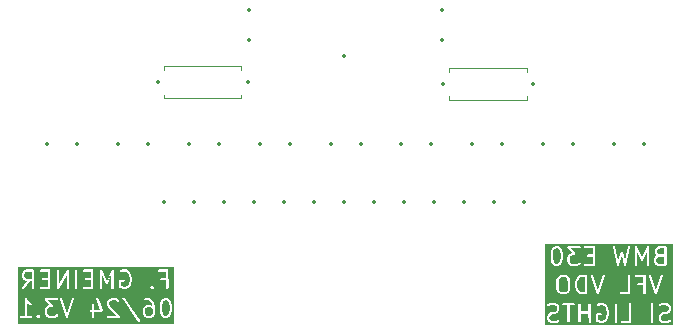
<source format=gbo>
%TF.GenerationSoftware,KiCad,Pcbnew,8.0.1*%
%TF.CreationDate,2024-06-22T15:26:22+02:00*%
%TF.ProjectId,BMW_E30_VFL_SI_Indicator_LED,424d575f-4533-4305-9f56-464c5f53495f,rev?*%
%TF.SameCoordinates,Original*%
%TF.FileFunction,Legend,Bot*%
%TF.FilePolarity,Positive*%
%FSLAX46Y46*%
G04 Gerber Fmt 4.6, Leading zero omitted, Abs format (unit mm)*
G04 Created by KiCad (PCBNEW 8.0.1) date 2024-06-22 15:26:22*
%MOMM*%
%LPD*%
G01*
G04 APERTURE LIST*
%ADD10C,0.187500*%
%ADD11C,0.120000*%
%ADD12C,0.350000*%
G04 APERTURE END LIST*
D10*
G36*
X133964073Y-99320838D02*
G01*
X134015195Y-99370440D01*
X134072136Y-99481499D01*
X134073088Y-99793119D01*
X134019637Y-99902782D01*
X133970036Y-99953903D01*
X133860152Y-100010242D01*
X133618534Y-100011673D01*
X133509123Y-99958345D01*
X133458001Y-99908743D01*
X133401684Y-99798903D01*
X133400183Y-99485911D01*
X133453559Y-99376402D01*
X133503161Y-99325281D01*
X133613045Y-99268942D01*
X133854663Y-99267511D01*
X133964073Y-99320838D01*
G37*
G36*
X135321217Y-98749411D02*
G01*
X135372338Y-98799011D01*
X135432284Y-98915930D01*
X135500015Y-99180377D01*
X135501618Y-99514517D01*
X135437112Y-99779001D01*
X135376780Y-99902780D01*
X135327178Y-99953904D01*
X135217093Y-100010345D01*
X135118079Y-100011452D01*
X135009124Y-99958346D01*
X134958001Y-99908744D01*
X134898055Y-99791826D01*
X134830323Y-99527378D01*
X134828720Y-99193240D01*
X134893227Y-98928752D01*
X134953559Y-98804973D01*
X135003160Y-98753852D01*
X135113246Y-98697410D01*
X135212259Y-98696303D01*
X135321217Y-98749411D01*
G37*
G36*
X123857956Y-96881209D02*
G01*
X123600504Y-96881996D01*
X123595774Y-96880948D01*
X123589647Y-96882029D01*
X123404500Y-96882594D01*
X123294837Y-96829143D01*
X123243716Y-96779542D01*
X123187341Y-96669589D01*
X123186023Y-96499309D01*
X123239272Y-96390059D01*
X123288875Y-96338936D01*
X123398650Y-96282653D01*
X123857244Y-96281252D01*
X123857956Y-96881209D01*
G37*
G36*
X135854158Y-100721438D02*
G01*
X122620841Y-100721438D01*
X122620841Y-100122168D01*
X122787508Y-100122168D01*
X122801507Y-100155963D01*
X122827372Y-100181828D01*
X122861167Y-100195827D01*
X122879457Y-100197628D01*
X123754890Y-100195827D01*
X123788685Y-100181828D01*
X123814550Y-100155963D01*
X123828549Y-100122168D01*
X123828549Y-100085588D01*
X123814550Y-100051793D01*
X123813497Y-100050740D01*
X124216080Y-100050740D01*
X124217445Y-100054035D01*
X124230078Y-100084535D01*
X124230083Y-100084540D01*
X124241738Y-100098742D01*
X124327340Y-100181796D01*
X124327373Y-100181829D01*
X124351270Y-100191726D01*
X124361168Y-100195827D01*
X124361169Y-100195827D01*
X124397747Y-100195827D01*
X124397748Y-100195827D01*
X124407645Y-100191726D01*
X124431543Y-100181829D01*
X124445749Y-100170169D01*
X124528836Y-100084535D01*
X124542834Y-100050740D01*
X124542834Y-100035083D01*
X124542835Y-100014161D01*
X124528837Y-99980366D01*
X124517178Y-99966159D01*
X124431576Y-99883103D01*
X124431543Y-99883070D01*
X124400589Y-99870249D01*
X124397748Y-99869072D01*
X124361168Y-99869072D01*
X124358327Y-99870249D01*
X124327373Y-99883070D01*
X124313167Y-99894730D01*
X124230078Y-99980365D01*
X124216517Y-100013105D01*
X124216080Y-100014161D01*
X124216080Y-100050740D01*
X123813497Y-100050740D01*
X123788685Y-100025928D01*
X123754890Y-100011929D01*
X123736600Y-100010128D01*
X123401668Y-100010817D01*
X123401016Y-99461021D01*
X124928564Y-99461021D01*
X124930207Y-99803714D01*
X124929300Y-99806438D01*
X124930287Y-99820336D01*
X124930365Y-99836454D01*
X124931654Y-99839566D01*
X124931893Y-99842926D01*
X124938462Y-99860091D01*
X125011071Y-100001708D01*
X125015792Y-100013106D01*
X125018783Y-100016751D01*
X125019681Y-100018501D01*
X125021551Y-100020123D01*
X125027452Y-100027312D01*
X125100330Y-100098023D01*
X125107692Y-100106512D01*
X125111640Y-100108997D01*
X125113087Y-100110401D01*
X125115376Y-100111349D01*
X125123246Y-100116303D01*
X125254291Y-100180175D01*
X125255944Y-100181828D01*
X125267518Y-100186622D01*
X125283268Y-100194299D01*
X125286626Y-100194537D01*
X125289739Y-100195827D01*
X125308029Y-100197628D01*
X125722075Y-100195959D01*
X125724874Y-100196892D01*
X125738956Y-100195891D01*
X125754890Y-100195827D01*
X125758002Y-100194537D01*
X125761362Y-100194299D01*
X125778526Y-100187731D01*
X125920143Y-100115121D01*
X125931542Y-100110401D01*
X125935187Y-100107409D01*
X125936937Y-100106512D01*
X125938559Y-100104640D01*
X125945748Y-100098741D01*
X126028837Y-100013106D01*
X126042835Y-99979310D01*
X126042835Y-99942732D01*
X126028837Y-99908936D01*
X126002971Y-99883070D01*
X125969175Y-99869072D01*
X125932597Y-99869072D01*
X125898801Y-99883070D01*
X125884595Y-99894730D01*
X125827180Y-99953903D01*
X125717368Y-100010205D01*
X125332987Y-100011754D01*
X125223410Y-99958345D01*
X125172288Y-99908743D01*
X125115971Y-99798903D01*
X125114470Y-99485911D01*
X125167846Y-99376402D01*
X125217448Y-99325281D01*
X125327401Y-99268906D01*
X125521485Y-99267404D01*
X125534446Y-99268268D01*
X125537364Y-99267281D01*
X125540604Y-99267256D01*
X125554682Y-99261424D01*
X125569098Y-99256549D01*
X125571476Y-99254467D01*
X125574399Y-99253257D01*
X125585170Y-99242485D01*
X125596627Y-99232461D01*
X125598027Y-99229628D01*
X125600264Y-99227392D01*
X125606094Y-99213315D01*
X125612842Y-99199672D01*
X125613052Y-99196520D01*
X125614263Y-99193597D01*
X125614263Y-99178355D01*
X125615275Y-99163174D01*
X125614263Y-99160181D01*
X125614263Y-99157017D01*
X125608432Y-99142942D01*
X125603556Y-99128522D01*
X125600948Y-99124875D01*
X125600264Y-99123222D01*
X125598520Y-99121478D01*
X125592868Y-99113572D01*
X125226870Y-98697238D01*
X125969176Y-98695827D01*
X126002971Y-98681828D01*
X126028836Y-98655963D01*
X126042835Y-98622168D01*
X126042835Y-98615603D01*
X126215014Y-98615603D01*
X126219089Y-98633524D01*
X126717141Y-100122094D01*
X126717607Y-100128640D01*
X126722820Y-100139066D01*
X126726581Y-100150306D01*
X126730971Y-100155367D01*
X126733966Y-100161357D01*
X126742846Y-100169059D01*
X126750549Y-100177940D01*
X126756538Y-100180934D01*
X126761600Y-100185325D01*
X126772753Y-100189042D01*
X126783266Y-100194299D01*
X126789948Y-100194773D01*
X126796303Y-100196892D01*
X126808028Y-100196058D01*
X126819753Y-100196892D01*
X126826107Y-100194773D01*
X126832790Y-100194299D01*
X126843302Y-100189042D01*
X126854456Y-100185325D01*
X126859517Y-100180934D01*
X126865507Y-100177940D01*
X126873209Y-100169059D01*
X126882090Y-100161357D01*
X126885084Y-100155367D01*
X126889475Y-100150306D01*
X126896967Y-100133524D01*
X127066779Y-99622168D01*
X128716079Y-99622168D01*
X128730078Y-99655963D01*
X128755943Y-99681828D01*
X128789738Y-99695827D01*
X128808028Y-99697628D01*
X128929613Y-99697396D01*
X128930365Y-100122168D01*
X128944364Y-100155963D01*
X128970229Y-100181828D01*
X129004024Y-100195827D01*
X129040604Y-100195827D01*
X129074399Y-100181828D01*
X129100264Y-100155963D01*
X129114263Y-100122168D01*
X129116064Y-100103878D01*
X129115344Y-99697043D01*
X129733905Y-99695866D01*
X129748324Y-99696892D01*
X129751499Y-99695833D01*
X129754889Y-99695827D01*
X129768776Y-99690074D01*
X129783027Y-99685324D01*
X129785571Y-99683117D01*
X129788684Y-99681828D01*
X129799311Y-99671200D01*
X129810661Y-99661357D01*
X129812166Y-99658345D01*
X129814549Y-99655963D01*
X129820302Y-99642073D01*
X129827019Y-99628640D01*
X129827257Y-99625283D01*
X129828548Y-99622168D01*
X129828548Y-99607132D01*
X129829613Y-99592152D01*
X129828548Y-99587468D01*
X129828548Y-99585588D01*
X129827600Y-99583299D01*
X129825538Y-99574231D01*
X129596130Y-98889592D01*
X130214277Y-98889592D01*
X130215869Y-99032118D01*
X130215013Y-99044176D01*
X130216055Y-99048762D01*
X130216078Y-99050740D01*
X130217025Y-99053028D01*
X130219088Y-99062097D01*
X130287507Y-99262415D01*
X130287507Y-99265024D01*
X130292587Y-99277291D01*
X130298009Y-99293163D01*
X130300215Y-99295707D01*
X130301505Y-99298820D01*
X130313165Y-99313026D01*
X131012736Y-100010553D01*
X130289737Y-100011929D01*
X130255942Y-100025928D01*
X130230077Y-100051793D01*
X130216078Y-100085588D01*
X130216078Y-100122168D01*
X130230077Y-100155963D01*
X130255942Y-100181828D01*
X130289737Y-100195827D01*
X130308027Y-100197628D01*
X131254889Y-100195827D01*
X131274685Y-100187626D01*
X131288684Y-100181829D01*
X131314550Y-100155963D01*
X131320347Y-100141964D01*
X131328548Y-100122168D01*
X131328548Y-100085588D01*
X131320347Y-100065791D01*
X131314550Y-100051793D01*
X131302890Y-100037587D01*
X130462408Y-99199561D01*
X130401656Y-99021690D01*
X130400452Y-98913929D01*
X130453558Y-98804975D01*
X130503161Y-98753852D01*
X130613002Y-98697535D01*
X130925994Y-98696034D01*
X131035503Y-98749410D01*
X131113085Y-98824685D01*
X131146880Y-98838683D01*
X131183459Y-98838683D01*
X131217254Y-98824685D01*
X131243120Y-98798819D01*
X131257118Y-98765024D01*
X131257118Y-98728445D01*
X131243120Y-98694650D01*
X131231461Y-98680443D01*
X131158581Y-98609730D01*
X131151222Y-98601245D01*
X131147273Y-98598759D01*
X131145827Y-98597356D01*
X131143537Y-98596407D01*
X131135668Y-98591454D01*
X131014413Y-98532352D01*
X131499992Y-98532352D01*
X131507090Y-98568236D01*
X131515737Y-98584453D01*
X132813095Y-100527243D01*
X132843489Y-100547597D01*
X132879358Y-100554771D01*
X132915242Y-100547673D01*
X132945678Y-100527382D01*
X132966032Y-100496988D01*
X132973206Y-100461120D01*
X132966108Y-100425235D01*
X132957461Y-100409018D01*
X132324407Y-99461021D01*
X133214277Y-99461021D01*
X133215920Y-99803714D01*
X133215013Y-99806438D01*
X133216000Y-99820336D01*
X133216078Y-99836454D01*
X133217367Y-99839566D01*
X133217606Y-99842926D01*
X133224175Y-99860091D01*
X133296784Y-100001708D01*
X133301505Y-100013106D01*
X133304496Y-100016751D01*
X133305394Y-100018501D01*
X133307264Y-100020123D01*
X133313165Y-100027312D01*
X133386043Y-100098023D01*
X133393405Y-100106512D01*
X133397353Y-100108997D01*
X133398800Y-100110401D01*
X133401089Y-100111349D01*
X133408959Y-100116303D01*
X133540004Y-100180175D01*
X133541657Y-100181828D01*
X133553231Y-100186622D01*
X133568981Y-100194299D01*
X133572339Y-100194537D01*
X133575452Y-100195827D01*
X133593742Y-100197628D01*
X133865115Y-100196020D01*
X133867730Y-100196892D01*
X133881349Y-100195924D01*
X133897746Y-100195827D01*
X133900858Y-100194537D01*
X133904218Y-100194299D01*
X133921382Y-100187731D01*
X134062999Y-100115121D01*
X134074398Y-100110401D01*
X134078043Y-100107409D01*
X134079793Y-100106512D01*
X134081415Y-100104640D01*
X134088604Y-100098741D01*
X134159315Y-100025862D01*
X134167804Y-100018501D01*
X134170289Y-100014552D01*
X134171693Y-100013106D01*
X134172641Y-100010816D01*
X134177595Y-100002947D01*
X134241467Y-99871901D01*
X134243120Y-99870249D01*
X134247914Y-99858674D01*
X134255591Y-99842925D01*
X134255829Y-99839566D01*
X134257119Y-99836454D01*
X134258920Y-99818164D01*
X134257867Y-99473695D01*
X134258184Y-99472747D01*
X134257850Y-99468058D01*
X134257194Y-99253035D01*
X134258810Y-99242178D01*
X134257126Y-99230793D01*
X134257119Y-99228445D01*
X134256589Y-99227167D01*
X134256121Y-99223997D01*
X134243650Y-99175307D01*
X134642848Y-99175307D01*
X134644532Y-99526428D01*
X134642958Y-99537007D01*
X134644637Y-99548363D01*
X134644649Y-99550740D01*
X134645178Y-99552017D01*
X134645647Y-99555188D01*
X134716938Y-99833531D01*
X134717606Y-99842926D01*
X134722862Y-99856662D01*
X134723259Y-99858209D01*
X134723663Y-99858755D01*
X134724175Y-99860091D01*
X134796785Y-100001711D01*
X134801505Y-100013105D01*
X134804496Y-100016749D01*
X134805394Y-100018501D01*
X134807264Y-100020123D01*
X134813164Y-100027312D01*
X134886037Y-100098018D01*
X134893404Y-100106512D01*
X134897355Y-100108999D01*
X134898799Y-100110400D01*
X134901084Y-100111346D01*
X134908958Y-100116303D01*
X135040003Y-100180175D01*
X135041656Y-100181828D01*
X135053230Y-100186622D01*
X135068980Y-100194299D01*
X135072338Y-100194537D01*
X135075451Y-100195827D01*
X135093741Y-100197628D01*
X135222754Y-100196186D01*
X135224872Y-100196892D01*
X135237053Y-100196026D01*
X135254888Y-100195827D01*
X135258000Y-100194537D01*
X135261359Y-100194299D01*
X135278524Y-100187731D01*
X135420147Y-100115119D01*
X135431541Y-100110400D01*
X135435184Y-100107410D01*
X135436936Y-100106512D01*
X135438559Y-100104640D01*
X135445748Y-100098741D01*
X135516453Y-100025865D01*
X135524946Y-100018501D01*
X135527432Y-100014550D01*
X135528835Y-100013105D01*
X135529782Y-100010817D01*
X135534736Y-100002948D01*
X135601832Y-99865292D01*
X135607081Y-99858209D01*
X135612010Y-99844409D01*
X135612734Y-99842926D01*
X135612781Y-99842251D01*
X135613264Y-99840902D01*
X135681657Y-99560475D01*
X135685690Y-99550740D01*
X135686812Y-99539336D01*
X135687381Y-99537007D01*
X135687177Y-99535637D01*
X135687491Y-99532450D01*
X135685806Y-99181328D01*
X135687381Y-99170750D01*
X135685701Y-99159393D01*
X135685690Y-99157017D01*
X135685160Y-99155739D01*
X135684692Y-99152569D01*
X135613401Y-98874225D01*
X135612734Y-98864830D01*
X135607477Y-98851093D01*
X135607081Y-98849547D01*
X135606676Y-98849000D01*
X135606165Y-98847665D01*
X135533551Y-98706038D01*
X135528834Y-98694650D01*
X135525844Y-98691006D01*
X135524946Y-98689255D01*
X135523074Y-98687632D01*
X135517175Y-98680443D01*
X135444296Y-98609732D01*
X135436936Y-98601245D01*
X135432987Y-98598759D01*
X135431541Y-98597356D01*
X135429251Y-98596407D01*
X135421382Y-98591454D01*
X135290334Y-98527579D01*
X135288683Y-98525928D01*
X135277114Y-98521135D01*
X135261360Y-98513457D01*
X135258000Y-98513218D01*
X135254888Y-98511929D01*
X135236598Y-98510128D01*
X135107583Y-98511569D01*
X135105466Y-98510864D01*
X135093284Y-98511729D01*
X135075451Y-98511929D01*
X135072338Y-98513218D01*
X135068979Y-98513457D01*
X135051814Y-98520026D01*
X134910187Y-98592639D01*
X134898799Y-98597357D01*
X134895155Y-98600346D01*
X134893404Y-98601245D01*
X134891781Y-98603116D01*
X134884592Y-98609016D01*
X134813879Y-98681895D01*
X134805394Y-98689255D01*
X134802908Y-98693203D01*
X134801505Y-98694650D01*
X134800556Y-98696939D01*
X134795603Y-98704809D01*
X134728507Y-98842463D01*
X134723259Y-98849547D01*
X134718330Y-98863344D01*
X134717606Y-98864830D01*
X134717557Y-98865505D01*
X134717076Y-98866855D01*
X134648681Y-99147281D01*
X134644649Y-99157017D01*
X134643526Y-99168420D01*
X134642958Y-99170750D01*
X134643161Y-99172119D01*
X134642848Y-99175307D01*
X134243650Y-99175307D01*
X134183083Y-98938831D01*
X134180394Y-98925236D01*
X134178868Y-98922374D01*
X134178510Y-98920976D01*
X134177129Y-98919112D01*
X134171747Y-98909018D01*
X134032045Y-98702401D01*
X134028835Y-98694650D01*
X134017304Y-98680599D01*
X134017246Y-98680513D01*
X134017218Y-98680494D01*
X134017176Y-98680443D01*
X133944299Y-98609735D01*
X133936936Y-98601245D01*
X133932984Y-98598757D01*
X133931540Y-98597356D01*
X133929253Y-98596408D01*
X133921382Y-98591454D01*
X133790335Y-98527579D01*
X133788684Y-98525928D01*
X133777114Y-98521135D01*
X133761361Y-98513457D01*
X133758001Y-98513218D01*
X133754889Y-98511929D01*
X133736599Y-98510128D01*
X133432595Y-98511929D01*
X133398800Y-98525928D01*
X133372935Y-98551793D01*
X133358936Y-98585588D01*
X133358936Y-98622168D01*
X133372935Y-98655963D01*
X133398800Y-98681828D01*
X133432595Y-98695827D01*
X133450885Y-98697628D01*
X133711807Y-98696082D01*
X133821215Y-98749409D01*
X133874449Y-98801059D01*
X134005725Y-98995215D01*
X134046447Y-99154210D01*
X133933192Y-99099008D01*
X133931541Y-99097357D01*
X133919972Y-99092565D01*
X133904218Y-99084886D01*
X133900858Y-99084647D01*
X133897746Y-99083358D01*
X133879456Y-99081557D01*
X133608083Y-99083164D01*
X133605468Y-99082293D01*
X133591848Y-99083260D01*
X133575452Y-99083358D01*
X133572339Y-99084647D01*
X133568981Y-99084886D01*
X133551816Y-99091454D01*
X133410198Y-99164063D01*
X133398800Y-99168784D01*
X133395154Y-99171775D01*
X133393405Y-99172673D01*
X133391782Y-99174543D01*
X133384594Y-99180444D01*
X133313880Y-99253323D01*
X133305394Y-99260684D01*
X133302908Y-99264632D01*
X133301505Y-99266079D01*
X133300556Y-99268368D01*
X133295603Y-99276238D01*
X133231728Y-99407284D01*
X133230077Y-99408936D01*
X133225284Y-99420505D01*
X133217606Y-99436259D01*
X133217367Y-99439618D01*
X133216078Y-99442731D01*
X133214277Y-99461021D01*
X132324407Y-99461021D01*
X131660103Y-98466228D01*
X131629709Y-98445874D01*
X131593840Y-98438700D01*
X131557956Y-98445798D01*
X131527520Y-98466089D01*
X131507166Y-98496483D01*
X131499992Y-98532352D01*
X131014413Y-98532352D01*
X131004621Y-98527579D01*
X131002970Y-98525928D01*
X130991400Y-98521135D01*
X130975647Y-98513457D01*
X130972287Y-98513218D01*
X130969175Y-98511929D01*
X130950885Y-98510128D01*
X130608190Y-98511771D01*
X130605467Y-98510864D01*
X130591568Y-98511851D01*
X130575452Y-98511929D01*
X130572339Y-98513218D01*
X130568980Y-98513457D01*
X130551815Y-98520026D01*
X130410194Y-98592636D01*
X130398801Y-98597356D01*
X130395156Y-98600347D01*
X130393405Y-98601245D01*
X130391782Y-98603115D01*
X130384594Y-98609015D01*
X130313886Y-98681890D01*
X130305394Y-98689255D01*
X130302906Y-98693206D01*
X130301506Y-98694650D01*
X130300559Y-98696935D01*
X130295603Y-98704809D01*
X130231728Y-98835855D01*
X130230077Y-98837507D01*
X130225284Y-98849076D01*
X130217606Y-98864830D01*
X130217367Y-98868189D01*
X130216078Y-98871302D01*
X130214277Y-98889592D01*
X129596130Y-98889592D01*
X129460903Y-98486022D01*
X129436935Y-98458388D01*
X129404218Y-98442029D01*
X129367731Y-98439436D01*
X129333028Y-98451003D01*
X129305394Y-98474971D01*
X129289035Y-98507688D01*
X129286442Y-98544175D01*
X129290517Y-98562096D01*
X129608263Y-99510372D01*
X129115015Y-99511310D01*
X129114263Y-99085588D01*
X129100264Y-99051793D01*
X129074399Y-99025928D01*
X129040604Y-99011929D01*
X129004024Y-99011929D01*
X128970229Y-99025928D01*
X128944364Y-99051793D01*
X128930365Y-99085588D01*
X128928564Y-99103878D01*
X128929285Y-99511663D01*
X128789738Y-99511929D01*
X128755943Y-99525928D01*
X128730078Y-99551793D01*
X128716079Y-99585588D01*
X128716079Y-99622168D01*
X127066779Y-99622168D01*
X127401042Y-98615603D01*
X127398449Y-98579116D01*
X127382090Y-98546399D01*
X127354456Y-98522431D01*
X127319753Y-98510864D01*
X127283266Y-98513457D01*
X127250549Y-98529816D01*
X127226581Y-98557450D01*
X127219089Y-98574231D01*
X126808635Y-99810229D01*
X126389475Y-98557450D01*
X126365507Y-98529816D01*
X126332790Y-98513457D01*
X126296303Y-98510864D01*
X126261600Y-98522431D01*
X126233966Y-98546399D01*
X126217607Y-98579116D01*
X126215014Y-98615603D01*
X126042835Y-98615603D01*
X126042835Y-98585588D01*
X126028836Y-98551793D01*
X126002971Y-98525928D01*
X125969176Y-98511929D01*
X125950886Y-98510128D01*
X125024779Y-98511889D01*
X125010182Y-98510916D01*
X125007204Y-98511922D01*
X125004024Y-98511929D01*
X124989958Y-98517755D01*
X124975530Y-98522635D01*
X124973148Y-98524718D01*
X124970229Y-98525928D01*
X124959465Y-98536691D01*
X124948001Y-98546723D01*
X124946599Y-98549557D01*
X124944364Y-98551793D01*
X124938534Y-98565867D01*
X124931786Y-98579513D01*
X124931575Y-98582665D01*
X124930365Y-98585588D01*
X124930365Y-98600820D01*
X124929352Y-98616010D01*
X124930365Y-98619005D01*
X124930365Y-98622168D01*
X124936191Y-98636233D01*
X124941071Y-98650662D01*
X124943679Y-98654310D01*
X124944364Y-98655963D01*
X124946107Y-98657706D01*
X124951760Y-98665613D01*
X125318161Y-99082406D01*
X125306607Y-99083227D01*
X125289739Y-99083358D01*
X125286626Y-99084647D01*
X125283268Y-99084886D01*
X125266103Y-99091454D01*
X125124485Y-99164063D01*
X125113087Y-99168784D01*
X125109441Y-99171775D01*
X125107692Y-99172673D01*
X125106069Y-99174543D01*
X125098881Y-99180444D01*
X125028167Y-99253323D01*
X125019681Y-99260684D01*
X125017195Y-99264632D01*
X125015792Y-99266079D01*
X125014843Y-99268368D01*
X125009890Y-99276238D01*
X124946015Y-99407284D01*
X124944364Y-99408936D01*
X124939571Y-99420505D01*
X124931893Y-99436259D01*
X124931654Y-99439618D01*
X124930365Y-99442731D01*
X124928564Y-99461021D01*
X123401016Y-99461021D01*
X123400350Y-98899955D01*
X123527881Y-99025419D01*
X123536263Y-99035083D01*
X123540266Y-99037603D01*
X123541658Y-99038972D01*
X123543948Y-99039920D01*
X123551816Y-99044873D01*
X123711838Y-99122871D01*
X123748325Y-99125464D01*
X123783027Y-99113897D01*
X123810662Y-99089930D01*
X123827021Y-99057212D01*
X123829614Y-99020724D01*
X123818046Y-98986023D01*
X123794080Y-98958388D01*
X123778526Y-98948597D01*
X123652201Y-98887024D01*
X123527985Y-98764822D01*
X123389190Y-98559545D01*
X123385979Y-98551793D01*
X123379709Y-98545523D01*
X123374390Y-98537656D01*
X123366676Y-98532490D01*
X123360114Y-98525928D01*
X123351627Y-98522412D01*
X123343996Y-98517302D01*
X123334896Y-98515481D01*
X123326319Y-98511929D01*
X123317132Y-98511929D01*
X123308128Y-98510128D01*
X123299023Y-98511929D01*
X123289739Y-98511929D01*
X123281254Y-98515443D01*
X123272243Y-98517226D01*
X123264516Y-98522376D01*
X123255944Y-98525928D01*
X123249451Y-98532420D01*
X123241807Y-98537517D01*
X123236641Y-98545230D01*
X123230079Y-98551793D01*
X123226563Y-98560279D01*
X123221453Y-98567911D01*
X123219632Y-98577010D01*
X123216080Y-98585588D01*
X123214298Y-98603682D01*
X123214279Y-98603779D01*
X123214285Y-98603811D01*
X123214279Y-98603878D01*
X123215948Y-100011199D01*
X122861167Y-100011929D01*
X122827372Y-100025928D01*
X122801507Y-100051793D01*
X122787508Y-100085588D01*
X122787508Y-100122168D01*
X122620841Y-100122168D01*
X122620841Y-96474676D01*
X122999992Y-96474676D01*
X123001541Y-96674795D01*
X123000728Y-96677236D01*
X123001662Y-96690384D01*
X123001793Y-96707252D01*
X123003082Y-96710364D01*
X123003321Y-96713724D01*
X123009889Y-96730888D01*
X123082498Y-96872505D01*
X123087219Y-96883904D01*
X123090210Y-96887549D01*
X123091108Y-96889299D01*
X123092979Y-96890921D01*
X123098879Y-96898110D01*
X123171757Y-96968821D01*
X123179119Y-96977310D01*
X123183067Y-96979795D01*
X123184514Y-96981199D01*
X123186803Y-96982147D01*
X123194673Y-96987101D01*
X123325718Y-97050973D01*
X123327371Y-97052626D01*
X123338945Y-97057420D01*
X123354695Y-97065097D01*
X123358053Y-97065335D01*
X123361166Y-97066625D01*
X123379456Y-97068426D01*
X123414198Y-97068319D01*
X123007926Y-97651216D01*
X123000014Y-97686930D01*
X123006371Y-97722952D01*
X123026029Y-97753801D01*
X123055996Y-97774778D01*
X123091710Y-97782690D01*
X123127732Y-97776333D01*
X123158581Y-97756675D01*
X123170545Y-97742724D01*
X123641080Y-97067626D01*
X123858176Y-97066963D01*
X123858936Y-97707252D01*
X123872935Y-97741047D01*
X123898800Y-97766912D01*
X123932595Y-97780911D01*
X123969175Y-97780911D01*
X124002970Y-97766912D01*
X124028835Y-97741047D01*
X124042834Y-97707252D01*
X124501793Y-97707252D01*
X124515792Y-97741047D01*
X124541657Y-97766912D01*
X124575452Y-97780911D01*
X124593742Y-97782712D01*
X125326318Y-97780911D01*
X125360113Y-97766912D01*
X125385978Y-97741047D01*
X125399977Y-97707252D01*
X125399977Y-97707251D01*
X125401778Y-97688962D01*
X125399999Y-96188962D01*
X125928564Y-96188962D01*
X125930336Y-97683367D01*
X125928793Y-97695510D01*
X125930357Y-97701247D01*
X125930365Y-97707252D01*
X125935138Y-97718775D01*
X125938418Y-97730800D01*
X125942076Y-97735524D01*
X125944364Y-97741047D01*
X125953178Y-97749861D01*
X125960814Y-97759722D01*
X125966005Y-97762688D01*
X125970229Y-97766912D01*
X125981748Y-97771683D01*
X125992575Y-97777870D01*
X125998501Y-97778623D01*
X126004024Y-97780911D01*
X126016496Y-97780911D01*
X126028862Y-97782483D01*
X126034626Y-97780911D01*
X126040604Y-97780911D01*
X126052127Y-97776137D01*
X126064152Y-97772858D01*
X126068876Y-97769199D01*
X126074399Y-97766912D01*
X126083213Y-97758097D01*
X126093074Y-97750462D01*
X126098516Y-97742794D01*
X126100264Y-97741047D01*
X126100974Y-97739331D01*
X126103712Y-97735475D01*
X126786121Y-96538393D01*
X126787508Y-97707252D01*
X126801507Y-97741047D01*
X126827372Y-97766912D01*
X126861167Y-97780911D01*
X126897747Y-97780911D01*
X126931542Y-97766912D01*
X126957407Y-97741047D01*
X126971406Y-97707252D01*
X126973207Y-97688962D01*
X126971434Y-96194558D01*
X126972145Y-96188962D01*
X127499993Y-96188962D01*
X127501794Y-97707252D01*
X127515793Y-97741047D01*
X127541658Y-97766912D01*
X127575453Y-97780911D01*
X127612033Y-97780911D01*
X127645828Y-97766912D01*
X127671693Y-97741047D01*
X127685692Y-97707252D01*
X128144651Y-97707252D01*
X128158650Y-97741047D01*
X128184515Y-97766912D01*
X128218310Y-97780911D01*
X128236600Y-97782712D01*
X128969176Y-97780911D01*
X129002971Y-97766912D01*
X129028836Y-97741047D01*
X129042835Y-97707252D01*
X129042835Y-97707251D01*
X129044636Y-97688962D01*
X129042857Y-96188962D01*
X129571422Y-96188962D01*
X129573223Y-97707252D01*
X129587222Y-97741047D01*
X129613087Y-97766912D01*
X129646882Y-97780911D01*
X129683462Y-97780911D01*
X129717257Y-97766912D01*
X129743122Y-97741047D01*
X129757121Y-97707252D01*
X129758922Y-97688962D01*
X129757638Y-96607313D01*
X130080271Y-97295970D01*
X130085010Y-97309002D01*
X130087807Y-97312056D01*
X130089584Y-97315849D01*
X130100093Y-97325473D01*
X130109714Y-97335979D01*
X130113488Y-97337740D01*
X130116561Y-97340554D01*
X130129950Y-97345422D01*
X130142862Y-97351448D01*
X130147024Y-97351630D01*
X130150938Y-97353054D01*
X130165176Y-97352428D01*
X130179407Y-97353054D01*
X130183317Y-97351631D01*
X130187482Y-97351449D01*
X130200404Y-97345418D01*
X130213783Y-97340553D01*
X130216852Y-97337741D01*
X130220630Y-97335979D01*
X130230254Y-97325469D01*
X130240760Y-97315849D01*
X130243865Y-97310607D01*
X130245335Y-97309002D01*
X130246160Y-97306732D01*
X130250127Y-97300036D01*
X130571918Y-96607773D01*
X130573223Y-97707252D01*
X130587222Y-97741047D01*
X130613087Y-97766912D01*
X130646882Y-97780911D01*
X130683462Y-97780911D01*
X130717257Y-97766912D01*
X130743122Y-97741047D01*
X130757121Y-97707252D01*
X130758922Y-97688962D01*
X130758159Y-97046105D01*
X131214279Y-97046105D01*
X131216080Y-97564394D01*
X131230078Y-97598189D01*
X131241737Y-97612396D01*
X131304567Y-97673357D01*
X131305395Y-97675013D01*
X131313676Y-97682195D01*
X131327372Y-97695484D01*
X131330482Y-97696772D01*
X131333029Y-97698981D01*
X131349811Y-97706473D01*
X131563445Y-97775937D01*
X131575453Y-97780911D01*
X131580171Y-97781375D01*
X131582018Y-97781976D01*
X131584486Y-97781800D01*
X131593743Y-97782712D01*
X131736267Y-97781119D01*
X131748325Y-97781976D01*
X131752911Y-97780933D01*
X131754890Y-97780911D01*
X131757179Y-97779962D01*
X131766246Y-97777901D01*
X131966565Y-97709483D01*
X131969176Y-97709483D01*
X131981447Y-97704400D01*
X131997314Y-97698981D01*
X131999858Y-97696774D01*
X132002971Y-97695485D01*
X132017177Y-97683825D01*
X132064399Y-97635824D01*
X133858937Y-97635824D01*
X133859861Y-97638054D01*
X133872935Y-97669619D01*
X133872940Y-97669624D01*
X133884595Y-97683826D01*
X133970197Y-97766880D01*
X133970230Y-97766913D01*
X133989219Y-97774778D01*
X134004025Y-97780911D01*
X134004026Y-97780911D01*
X134040604Y-97780911D01*
X134040605Y-97780911D01*
X134055411Y-97774778D01*
X134074400Y-97766913D01*
X134088606Y-97755253D01*
X134171693Y-97669619D01*
X134185691Y-97635824D01*
X134185691Y-97622670D01*
X134185692Y-97599245D01*
X134171694Y-97565450D01*
X134160035Y-97551243D01*
X134074433Y-97468187D01*
X134074400Y-97468154D01*
X134045988Y-97456386D01*
X134040605Y-97454156D01*
X134004025Y-97454156D01*
X133998642Y-97456386D01*
X133970230Y-97468154D01*
X133956024Y-97479814D01*
X133872935Y-97565449D01*
X133859374Y-97598189D01*
X133858937Y-97599245D01*
X133858937Y-97635824D01*
X132064399Y-97635824D01*
X132158141Y-97540536D01*
X132167805Y-97532156D01*
X132170325Y-97528152D01*
X132171694Y-97526761D01*
X132172642Y-97524470D01*
X132177595Y-97516603D01*
X132244691Y-97378947D01*
X132249940Y-97371864D01*
X132254869Y-97358064D01*
X132255593Y-97356581D01*
X132255640Y-97355906D01*
X132256123Y-97354557D01*
X132324516Y-97074130D01*
X132328549Y-97064395D01*
X132329671Y-97052991D01*
X132330240Y-97050662D01*
X132330036Y-97049292D01*
X132330350Y-97046105D01*
X132328733Y-96837382D01*
X132330240Y-96827262D01*
X132328567Y-96815955D01*
X132328549Y-96813529D01*
X132328019Y-96812251D01*
X132327551Y-96809081D01*
X132256260Y-96530738D01*
X132255593Y-96521343D01*
X132250336Y-96507606D01*
X132249940Y-96506060D01*
X132249535Y-96505513D01*
X132249024Y-96504178D01*
X132176413Y-96362558D01*
X132171694Y-96351163D01*
X132168702Y-96347517D01*
X132167805Y-96345768D01*
X132165934Y-96344145D01*
X132160034Y-96336957D01*
X132028192Y-96207252D01*
X134501794Y-96207252D01*
X134515793Y-96241047D01*
X134541658Y-96266912D01*
X134575453Y-96280911D01*
X134593743Y-96282712D01*
X135214388Y-96281186D01*
X135215015Y-96809821D01*
X134789739Y-96811299D01*
X134755944Y-96825298D01*
X134730079Y-96851163D01*
X134716080Y-96884958D01*
X134716080Y-96921538D01*
X134730079Y-96955333D01*
X134755944Y-96981198D01*
X134789739Y-96995197D01*
X134808029Y-96996998D01*
X135215235Y-96995583D01*
X135216080Y-97707252D01*
X135230079Y-97741047D01*
X135255944Y-97766912D01*
X135289739Y-97780911D01*
X135326319Y-97780911D01*
X135360114Y-97766912D01*
X135385979Y-97741047D01*
X135399978Y-97707252D01*
X135401779Y-97688962D01*
X135399978Y-96170672D01*
X135385979Y-96136877D01*
X135360114Y-96111012D01*
X135326319Y-96097013D01*
X135308029Y-96095212D01*
X134575453Y-96097013D01*
X134541658Y-96111012D01*
X134515793Y-96136877D01*
X134501794Y-96170672D01*
X134501794Y-96207252D01*
X132028192Y-96207252D01*
X132026078Y-96205172D01*
X132024948Y-96202912D01*
X132015083Y-96194356D01*
X132002971Y-96182440D01*
X131999858Y-96181150D01*
X131997314Y-96178944D01*
X131980532Y-96171452D01*
X131766895Y-96101985D01*
X131754890Y-96097013D01*
X131750172Y-96096548D01*
X131748326Y-96095948D01*
X131745856Y-96096123D01*
X131736600Y-96095212D01*
X131536481Y-96096761D01*
X131534041Y-96095948D01*
X131520892Y-96096882D01*
X131504025Y-96097013D01*
X131500912Y-96098302D01*
X131497553Y-96098541D01*
X131480389Y-96105109D01*
X131321977Y-96186329D01*
X131298010Y-96213964D01*
X131286443Y-96248665D01*
X131289036Y-96285153D01*
X131305395Y-96317871D01*
X131333030Y-96341838D01*
X131367731Y-96353405D01*
X131404219Y-96350812D01*
X131421383Y-96344244D01*
X131541687Y-96282561D01*
X131717110Y-96281203D01*
X131898230Y-96340096D01*
X132014827Y-96454803D01*
X132075143Y-96572442D01*
X132142889Y-96836950D01*
X132144373Y-97028596D01*
X132079971Y-97292656D01*
X132019746Y-97416216D01*
X131903094Y-97534792D01*
X131725841Y-97595332D01*
X131612846Y-97596595D01*
X131431828Y-97537736D01*
X131401648Y-97508453D01*
X131400365Y-97139307D01*
X131612033Y-97138054D01*
X131645828Y-97124055D01*
X131671693Y-97098190D01*
X131685692Y-97064395D01*
X131685692Y-97027815D01*
X131671693Y-96994020D01*
X131645828Y-96968155D01*
X131612033Y-96954156D01*
X131593743Y-96952355D01*
X131289739Y-96954156D01*
X131255944Y-96968155D01*
X131230079Y-96994020D01*
X131216080Y-97027815D01*
X131214279Y-97046105D01*
X130758159Y-97046105D01*
X130757144Y-96190440D01*
X130757835Y-96174727D01*
X130757123Y-96172770D01*
X130757121Y-96170672D01*
X130750896Y-96155644D01*
X130745335Y-96140351D01*
X130743921Y-96138807D01*
X130743122Y-96136877D01*
X130731623Y-96125378D01*
X130720630Y-96113374D01*
X130718734Y-96112489D01*
X130717257Y-96111012D01*
X130702239Y-96104791D01*
X130687482Y-96097904D01*
X130685391Y-96097812D01*
X130683462Y-96097013D01*
X130667195Y-96097013D01*
X130650938Y-96096299D01*
X130648974Y-96097013D01*
X130646882Y-96097013D01*
X130631851Y-96103239D01*
X130616561Y-96108799D01*
X130615017Y-96110212D01*
X130613087Y-96111012D01*
X130601588Y-96122510D01*
X130589584Y-96133504D01*
X130588114Y-96135984D01*
X130587222Y-96136877D01*
X130586376Y-96138919D01*
X130580217Y-96149316D01*
X130165821Y-97040795D01*
X129749089Y-96151284D01*
X129743122Y-96136877D01*
X129741651Y-96135406D01*
X129740760Y-96133504D01*
X129728760Y-96122515D01*
X129717257Y-96111012D01*
X129715324Y-96110211D01*
X129713783Y-96108800D01*
X129698500Y-96103242D01*
X129683462Y-96097013D01*
X129681370Y-96097013D01*
X129679407Y-96096299D01*
X129663160Y-96097013D01*
X129646882Y-96097013D01*
X129644950Y-96097813D01*
X129642862Y-96097905D01*
X129628114Y-96104786D01*
X129613087Y-96111012D01*
X129611609Y-96112489D01*
X129609714Y-96113374D01*
X129598725Y-96125373D01*
X129587222Y-96136877D01*
X129586421Y-96138809D01*
X129585010Y-96140351D01*
X129579452Y-96155633D01*
X129573223Y-96170672D01*
X129572940Y-96173540D01*
X129572509Y-96174727D01*
X129572606Y-96176936D01*
X129571422Y-96188962D01*
X129042857Y-96188962D01*
X129042835Y-96170672D01*
X129028836Y-96136877D01*
X129002971Y-96111012D01*
X128969176Y-96097013D01*
X128950886Y-96095212D01*
X128218310Y-96097013D01*
X128184515Y-96111012D01*
X128158650Y-96136877D01*
X128144651Y-96170672D01*
X128144651Y-96207252D01*
X128158650Y-96241047D01*
X128184515Y-96266912D01*
X128218310Y-96280911D01*
X128236600Y-96282712D01*
X128857245Y-96281186D01*
X128857872Y-96809821D01*
X128432596Y-96811299D01*
X128398801Y-96825298D01*
X128372936Y-96851163D01*
X128358937Y-96884958D01*
X128358937Y-96921538D01*
X128372936Y-96955333D01*
X128398801Y-96981198D01*
X128432596Y-96995197D01*
X128450886Y-96996998D01*
X128858092Y-96995583D01*
X128858804Y-97595438D01*
X128218310Y-97597013D01*
X128184515Y-97611012D01*
X128158650Y-97636877D01*
X128144651Y-97670672D01*
X128144651Y-97707252D01*
X127685692Y-97707252D01*
X127687493Y-97688962D01*
X127685692Y-96170672D01*
X127671693Y-96136877D01*
X127645828Y-96111012D01*
X127612033Y-96097013D01*
X127575453Y-96097013D01*
X127541658Y-96111012D01*
X127515793Y-96136877D01*
X127501794Y-96170672D01*
X127499993Y-96188962D01*
X126972145Y-96188962D01*
X126972978Y-96182413D01*
X126971413Y-96176674D01*
X126971406Y-96170672D01*
X126966634Y-96159153D01*
X126963354Y-96147124D01*
X126959693Y-96142397D01*
X126957407Y-96136877D01*
X126948594Y-96128064D01*
X126940957Y-96118202D01*
X126935765Y-96115235D01*
X126931542Y-96111012D01*
X126920027Y-96106242D01*
X126909196Y-96100053D01*
X126903266Y-96099299D01*
X126897747Y-96097013D01*
X126885277Y-96097013D01*
X126872909Y-96095441D01*
X126867145Y-96097013D01*
X126861167Y-96097013D01*
X126849647Y-96101784D01*
X126837619Y-96105065D01*
X126832892Y-96108725D01*
X126827372Y-96111012D01*
X126818559Y-96119824D01*
X126808697Y-96127462D01*
X126803254Y-96135129D01*
X126801507Y-96136877D01*
X126800796Y-96138592D01*
X126798059Y-96142449D01*
X126115649Y-97339531D01*
X126114263Y-96170672D01*
X126100264Y-96136877D01*
X126074399Y-96111012D01*
X126040604Y-96097013D01*
X126004024Y-96097013D01*
X125970229Y-96111012D01*
X125944364Y-96136877D01*
X125930365Y-96170672D01*
X125928564Y-96188962D01*
X125399999Y-96188962D01*
X125399977Y-96170672D01*
X125385978Y-96136877D01*
X125360113Y-96111012D01*
X125326318Y-96097013D01*
X125308028Y-96095212D01*
X124575452Y-96097013D01*
X124541657Y-96111012D01*
X124515792Y-96136877D01*
X124501793Y-96170672D01*
X124501793Y-96207252D01*
X124515792Y-96241047D01*
X124541657Y-96266912D01*
X124575452Y-96280911D01*
X124593742Y-96282712D01*
X125214387Y-96281186D01*
X125215014Y-96809821D01*
X124789738Y-96811299D01*
X124755943Y-96825298D01*
X124730078Y-96851163D01*
X124716079Y-96884958D01*
X124716079Y-96921538D01*
X124730078Y-96955333D01*
X124755943Y-96981198D01*
X124789738Y-96995197D01*
X124808028Y-96996998D01*
X125215234Y-96995583D01*
X125215946Y-97595438D01*
X124575452Y-97597013D01*
X124541657Y-97611012D01*
X124515792Y-97636877D01*
X124501793Y-97670672D01*
X124501793Y-97707252D01*
X124042834Y-97707252D01*
X124044635Y-97688962D01*
X124042834Y-96170672D01*
X124028835Y-96136877D01*
X124002970Y-96111012D01*
X123969175Y-96097013D01*
X123950885Y-96095212D01*
X123394074Y-96096912D01*
X123391181Y-96095948D01*
X123376869Y-96096965D01*
X123361166Y-96097013D01*
X123358053Y-96098302D01*
X123354694Y-96098541D01*
X123337529Y-96105110D01*
X123195908Y-96177720D01*
X123184515Y-96182440D01*
X123180870Y-96185431D01*
X123179119Y-96186329D01*
X123177496Y-96188199D01*
X123170308Y-96194099D01*
X123099603Y-96266970D01*
X123091108Y-96274339D01*
X123088620Y-96278290D01*
X123087220Y-96279734D01*
X123086273Y-96282019D01*
X123081317Y-96289893D01*
X123017443Y-96420939D01*
X123015792Y-96422591D01*
X123011000Y-96434159D01*
X123003321Y-96449914D01*
X123003082Y-96453273D01*
X123001793Y-96456386D01*
X122999992Y-96474676D01*
X122620841Y-96474676D01*
X122620841Y-95928545D01*
X135854158Y-95928545D01*
X135854158Y-100721438D01*
G37*
G36*
X169066114Y-96766188D02*
G01*
X169182290Y-96880481D01*
X169245124Y-97125806D01*
X169246781Y-97602635D01*
X169184793Y-97856797D01*
X169073015Y-97970418D01*
X168962411Y-98027126D01*
X168720792Y-98028557D01*
X168611600Y-97975336D01*
X168495424Y-97861042D01*
X168432589Y-97615717D01*
X168430932Y-97138889D01*
X168492921Y-96884724D01*
X168604698Y-96771106D01*
X168715303Y-96714397D01*
X168956921Y-96712966D01*
X169066114Y-96766188D01*
G37*
G36*
X170675347Y-98027453D02*
G01*
X170430112Y-98028630D01*
X170248655Y-97969628D01*
X170132058Y-97854920D01*
X170071742Y-97737281D01*
X170003996Y-97472773D01*
X170002512Y-97281128D01*
X170066914Y-97017065D01*
X170127139Y-96893506D01*
X170243791Y-96774932D01*
X170420841Y-96714461D01*
X170673788Y-96713247D01*
X170675347Y-98027453D01*
G37*
G36*
X168423475Y-94351379D02*
G01*
X168474596Y-94400979D01*
X168534542Y-94517898D01*
X168602273Y-94782345D01*
X168603876Y-95116485D01*
X168539370Y-95380969D01*
X168479038Y-95504748D01*
X168429436Y-95555872D01*
X168319351Y-95612313D01*
X168220337Y-95613420D01*
X168111382Y-95560314D01*
X168060259Y-95510712D01*
X168000313Y-95393794D01*
X167932581Y-95129346D01*
X167930978Y-94795208D01*
X167995485Y-94530720D01*
X168055817Y-94406941D01*
X168105418Y-94355820D01*
X168215504Y-94299378D01*
X168314517Y-94298271D01*
X168423475Y-94351379D01*
G37*
G36*
X177389632Y-95612377D02*
G01*
X176935329Y-95613764D01*
X176825666Y-95560313D01*
X176774545Y-95510712D01*
X176718170Y-95400759D01*
X176716852Y-95230479D01*
X176770102Y-95121228D01*
X176815839Y-95074089D01*
X176992227Y-95013845D01*
X177388920Y-95012467D01*
X177389632Y-95612377D01*
G37*
G36*
X177388700Y-94826705D02*
G01*
X177006721Y-94828032D01*
X176897097Y-94774599D01*
X176845973Y-94724997D01*
X176789531Y-94614912D01*
X176788424Y-94515897D01*
X176841530Y-94406943D01*
X176891133Y-94355820D01*
X177000924Y-94299529D01*
X177388073Y-94298183D01*
X177388700Y-94826705D01*
G37*
G36*
X178099273Y-100796095D02*
G01*
X167292724Y-100796095D01*
X167292724Y-100107107D01*
X167459391Y-100107107D01*
X167460832Y-100236120D01*
X167460127Y-100238238D01*
X167460992Y-100250419D01*
X167461192Y-100268254D01*
X167462481Y-100271366D01*
X167462720Y-100274726D01*
X167469289Y-100291891D01*
X167541898Y-100433508D01*
X167546619Y-100444906D01*
X167549610Y-100448551D01*
X167550508Y-100450301D01*
X167552378Y-100451923D01*
X167558279Y-100459112D01*
X167631157Y-100529823D01*
X167638519Y-100538312D01*
X167642467Y-100540797D01*
X167643914Y-100542201D01*
X167646203Y-100543149D01*
X167654073Y-100548103D01*
X167785118Y-100611975D01*
X167786771Y-100613628D01*
X167798345Y-100618422D01*
X167814095Y-100626099D01*
X167817453Y-100626337D01*
X167820566Y-100627627D01*
X167838856Y-100629428D01*
X168194100Y-100627723D01*
X168207724Y-100628692D01*
X168212367Y-100627636D01*
X168214289Y-100627627D01*
X168216578Y-100626678D01*
X168225645Y-100624617D01*
X168456712Y-100545697D01*
X168484346Y-100521729D01*
X168500704Y-100489012D01*
X168503298Y-100452525D01*
X168491731Y-100417822D01*
X168467763Y-100390188D01*
X168435046Y-100373829D01*
X168398559Y-100371236D01*
X168380638Y-100375311D01*
X168185444Y-100441978D01*
X167863746Y-100443521D01*
X167754237Y-100390145D01*
X167703115Y-100340543D01*
X167646673Y-100230458D01*
X167645566Y-100131444D01*
X167698673Y-100022488D01*
X167748276Y-99971366D01*
X167865193Y-99911420D01*
X168139936Y-99841052D01*
X168149332Y-99840385D01*
X168163068Y-99835128D01*
X168164615Y-99834732D01*
X168165161Y-99834327D01*
X168166497Y-99833816D01*
X168308117Y-99761205D01*
X168319511Y-99756486D01*
X168323155Y-99753494D01*
X168324907Y-99752597D01*
X168326529Y-99750726D01*
X168333718Y-99744827D01*
X168404424Y-99671953D01*
X168412918Y-99664587D01*
X168415405Y-99660635D01*
X168416806Y-99659192D01*
X168417752Y-99656906D01*
X168422709Y-99649033D01*
X168486581Y-99517987D01*
X168488234Y-99516335D01*
X168493028Y-99504760D01*
X168500705Y-99489011D01*
X168500943Y-99485652D01*
X168502233Y-99482540D01*
X168504034Y-99464250D01*
X168502592Y-99335235D01*
X168503298Y-99333118D01*
X168502432Y-99320936D01*
X168502233Y-99303102D01*
X168500943Y-99299989D01*
X168500705Y-99296631D01*
X168494137Y-99279466D01*
X168421523Y-99137839D01*
X168416806Y-99126450D01*
X168413816Y-99122806D01*
X168412918Y-99121055D01*
X168411046Y-99119432D01*
X168405147Y-99112243D01*
X168345084Y-99053968D01*
X168746907Y-99053968D01*
X168760906Y-99087763D01*
X168786771Y-99113628D01*
X168820566Y-99127627D01*
X168838856Y-99129428D01*
X169173787Y-99128738D01*
X169175478Y-100553968D01*
X169189477Y-100587763D01*
X169215342Y-100613628D01*
X169249137Y-100627627D01*
X169285717Y-100627627D01*
X169319512Y-100613628D01*
X169345377Y-100587763D01*
X169359376Y-100553968D01*
X169361177Y-100535678D01*
X169359507Y-99128356D01*
X169714288Y-99127627D01*
X169748083Y-99113628D01*
X169773948Y-99087763D01*
X169787947Y-99053968D01*
X169787947Y-99035678D01*
X170102249Y-99035678D01*
X170104050Y-100553968D01*
X170118049Y-100587763D01*
X170143914Y-100613628D01*
X170177709Y-100627627D01*
X170214289Y-100627627D01*
X170248084Y-100613628D01*
X170273949Y-100587763D01*
X170287948Y-100553968D01*
X170289749Y-100535678D01*
X170288927Y-99843522D01*
X170960348Y-99842141D01*
X170961193Y-100553968D01*
X170975192Y-100587763D01*
X171001057Y-100613628D01*
X171034852Y-100627627D01*
X171071432Y-100627627D01*
X171105227Y-100613628D01*
X171131092Y-100587763D01*
X171145091Y-100553968D01*
X171146892Y-100535678D01*
X171146129Y-99892821D01*
X171602249Y-99892821D01*
X171604050Y-100411110D01*
X171618048Y-100444905D01*
X171629707Y-100459112D01*
X171692537Y-100520073D01*
X171693365Y-100521729D01*
X171701646Y-100528911D01*
X171715342Y-100542200D01*
X171718452Y-100543488D01*
X171720999Y-100545697D01*
X171737781Y-100553189D01*
X171951415Y-100622653D01*
X171963423Y-100627627D01*
X171968141Y-100628091D01*
X171969988Y-100628692D01*
X171972456Y-100628516D01*
X171981713Y-100629428D01*
X172124237Y-100627835D01*
X172136295Y-100628692D01*
X172140881Y-100627649D01*
X172142860Y-100627627D01*
X172145149Y-100626678D01*
X172154216Y-100624617D01*
X172354535Y-100556199D01*
X172357146Y-100556199D01*
X172369417Y-100551116D01*
X172385284Y-100545697D01*
X172387828Y-100543490D01*
X172390941Y-100542201D01*
X172405147Y-100530541D01*
X172546111Y-100387252D01*
X172555775Y-100378872D01*
X172558295Y-100374868D01*
X172559664Y-100373477D01*
X172560612Y-100371186D01*
X172565565Y-100363319D01*
X172632661Y-100225663D01*
X172637910Y-100218580D01*
X172642839Y-100204780D01*
X172643563Y-100203297D01*
X172643610Y-100202622D01*
X172644093Y-100201273D01*
X172712486Y-99920846D01*
X172716519Y-99911111D01*
X172717641Y-99899707D01*
X172718210Y-99897378D01*
X172718006Y-99896008D01*
X172718320Y-99892821D01*
X172716703Y-99684098D01*
X172718210Y-99673978D01*
X172716537Y-99662671D01*
X172716519Y-99660245D01*
X172715989Y-99658967D01*
X172715521Y-99655797D01*
X172644230Y-99377454D01*
X172643563Y-99368059D01*
X172638306Y-99354322D01*
X172637910Y-99352776D01*
X172637505Y-99352229D01*
X172636994Y-99350894D01*
X172564383Y-99209274D01*
X172559664Y-99197879D01*
X172556672Y-99194233D01*
X172555775Y-99192484D01*
X172553904Y-99190861D01*
X172548004Y-99183673D01*
X172414048Y-99051888D01*
X172412918Y-99049628D01*
X172403053Y-99041072D01*
X172397570Y-99035678D01*
X173173678Y-99035678D01*
X173175479Y-100553968D01*
X173189478Y-100587763D01*
X173215343Y-100613628D01*
X173249138Y-100627627D01*
X173285718Y-100627627D01*
X173319513Y-100613628D01*
X173345378Y-100587763D01*
X173359377Y-100553968D01*
X173675479Y-100553968D01*
X173689478Y-100587763D01*
X173715343Y-100613628D01*
X173749138Y-100627627D01*
X173767428Y-100629428D01*
X174500004Y-100627627D01*
X174533799Y-100613628D01*
X174559664Y-100587763D01*
X174573663Y-100553968D01*
X174575464Y-100535678D01*
X174573685Y-99035678D01*
X176245107Y-99035678D01*
X176246908Y-100553968D01*
X176260907Y-100587763D01*
X176286772Y-100613628D01*
X176320567Y-100627627D01*
X176357147Y-100627627D01*
X176390942Y-100613628D01*
X176416807Y-100587763D01*
X176430806Y-100553968D01*
X176432607Y-100535678D01*
X176432099Y-100107107D01*
X176887963Y-100107107D01*
X176889404Y-100236120D01*
X176888699Y-100238238D01*
X176889564Y-100250419D01*
X176889764Y-100268254D01*
X176891053Y-100271366D01*
X176891292Y-100274726D01*
X176897861Y-100291891D01*
X176970470Y-100433508D01*
X176975191Y-100444906D01*
X176978182Y-100448551D01*
X176979080Y-100450301D01*
X176980950Y-100451923D01*
X176986851Y-100459112D01*
X177059729Y-100529823D01*
X177067091Y-100538312D01*
X177071039Y-100540797D01*
X177072486Y-100542201D01*
X177074775Y-100543149D01*
X177082645Y-100548103D01*
X177213690Y-100611975D01*
X177215343Y-100613628D01*
X177226917Y-100618422D01*
X177242667Y-100626099D01*
X177246025Y-100626337D01*
X177249138Y-100627627D01*
X177267428Y-100629428D01*
X177622672Y-100627723D01*
X177636296Y-100628692D01*
X177640939Y-100627636D01*
X177642861Y-100627627D01*
X177645150Y-100626678D01*
X177654217Y-100624617D01*
X177885284Y-100545697D01*
X177912918Y-100521729D01*
X177929276Y-100489012D01*
X177931870Y-100452525D01*
X177920303Y-100417822D01*
X177896335Y-100390188D01*
X177863618Y-100373829D01*
X177827131Y-100371236D01*
X177809210Y-100375311D01*
X177614016Y-100441978D01*
X177292318Y-100443521D01*
X177182809Y-100390145D01*
X177131687Y-100340543D01*
X177075245Y-100230458D01*
X177074138Y-100131444D01*
X177127245Y-100022488D01*
X177176848Y-99971366D01*
X177293765Y-99911420D01*
X177568508Y-99841052D01*
X177577904Y-99840385D01*
X177591640Y-99835128D01*
X177593187Y-99834732D01*
X177593733Y-99834327D01*
X177595069Y-99833816D01*
X177736689Y-99761205D01*
X177748083Y-99756486D01*
X177751727Y-99753494D01*
X177753479Y-99752597D01*
X177755101Y-99750726D01*
X177762290Y-99744827D01*
X177832996Y-99671953D01*
X177841490Y-99664587D01*
X177843977Y-99660635D01*
X177845378Y-99659192D01*
X177846324Y-99656906D01*
X177851281Y-99649033D01*
X177915153Y-99517987D01*
X177916806Y-99516335D01*
X177921600Y-99504760D01*
X177929277Y-99489011D01*
X177929515Y-99485652D01*
X177930805Y-99482540D01*
X177932606Y-99464250D01*
X177931164Y-99335235D01*
X177931870Y-99333118D01*
X177931004Y-99320936D01*
X177930805Y-99303102D01*
X177929515Y-99299989D01*
X177929277Y-99296631D01*
X177922709Y-99279466D01*
X177850095Y-99137839D01*
X177845378Y-99126450D01*
X177842388Y-99122806D01*
X177841490Y-99121055D01*
X177839618Y-99119432D01*
X177833719Y-99112243D01*
X177760842Y-99041535D01*
X177753479Y-99033045D01*
X177749527Y-99030557D01*
X177748083Y-99029156D01*
X177745796Y-99028208D01*
X177737925Y-99023254D01*
X177606878Y-98959379D01*
X177605227Y-98957728D01*
X177593657Y-98952935D01*
X177577904Y-98945257D01*
X177574544Y-98945018D01*
X177571432Y-98943729D01*
X177553142Y-98941928D01*
X177197896Y-98943632D01*
X177184273Y-98942664D01*
X177179629Y-98943719D01*
X177177709Y-98943729D01*
X177175420Y-98944676D01*
X177166352Y-98946739D01*
X176935285Y-99025660D01*
X176907651Y-99049628D01*
X176891292Y-99082345D01*
X176888699Y-99118833D01*
X176900266Y-99153535D01*
X176924234Y-99181169D01*
X176956951Y-99197528D01*
X176993439Y-99200121D01*
X177011359Y-99196046D01*
X177206554Y-99129377D01*
X177528251Y-99127834D01*
X177637758Y-99181209D01*
X177688881Y-99230811D01*
X177745323Y-99340897D01*
X177746430Y-99439911D01*
X177693324Y-99548866D01*
X177643722Y-99599989D01*
X177526804Y-99659935D01*
X177252061Y-99730303D01*
X177242666Y-99730971D01*
X177228929Y-99736227D01*
X177227383Y-99736624D01*
X177226836Y-99737028D01*
X177225501Y-99737540D01*
X177083883Y-99810149D01*
X177072486Y-99814870D01*
X177068840Y-99817861D01*
X177067091Y-99818759D01*
X177065468Y-99820629D01*
X177058280Y-99826530D01*
X176987566Y-99899409D01*
X176979080Y-99906770D01*
X176976594Y-99910718D01*
X176975191Y-99912165D01*
X176974242Y-99914454D01*
X176969289Y-99922324D01*
X176905414Y-100053370D01*
X176903763Y-100055022D01*
X176898970Y-100066591D01*
X176891292Y-100082345D01*
X176891053Y-100085704D01*
X176889764Y-100088817D01*
X176887963Y-100107107D01*
X176432099Y-100107107D01*
X176430806Y-99017388D01*
X176416807Y-98983593D01*
X176390942Y-98957728D01*
X176357147Y-98943729D01*
X176320567Y-98943729D01*
X176286772Y-98957728D01*
X176260907Y-98983593D01*
X176246908Y-99017388D01*
X176245107Y-99035678D01*
X174573685Y-99035678D01*
X174573663Y-99017388D01*
X174559664Y-98983593D01*
X174533799Y-98957728D01*
X174500004Y-98943729D01*
X174463424Y-98943729D01*
X174429629Y-98957728D01*
X174403764Y-98983593D01*
X174389765Y-99017388D01*
X174387964Y-99035678D01*
X174389632Y-100442154D01*
X173749138Y-100443729D01*
X173715343Y-100457728D01*
X173689478Y-100483593D01*
X173675479Y-100517388D01*
X173675479Y-100553968D01*
X173359377Y-100553968D01*
X173361178Y-100535678D01*
X173359377Y-99017388D01*
X173345378Y-98983593D01*
X173319513Y-98957728D01*
X173285718Y-98943729D01*
X173249138Y-98943729D01*
X173215343Y-98957728D01*
X173189478Y-98983593D01*
X173175479Y-99017388D01*
X173173678Y-99035678D01*
X172397570Y-99035678D01*
X172390941Y-99029156D01*
X172387828Y-99027866D01*
X172385284Y-99025660D01*
X172368502Y-99018168D01*
X172154865Y-98948701D01*
X172142860Y-98943729D01*
X172138142Y-98943264D01*
X172136296Y-98942664D01*
X172133826Y-98942839D01*
X172124570Y-98941928D01*
X171924451Y-98943477D01*
X171922011Y-98942664D01*
X171908862Y-98943598D01*
X171891995Y-98943729D01*
X171888882Y-98945018D01*
X171885523Y-98945257D01*
X171868359Y-98951825D01*
X171709947Y-99033045D01*
X171685980Y-99060680D01*
X171674413Y-99095381D01*
X171677006Y-99131869D01*
X171693365Y-99164587D01*
X171721000Y-99188554D01*
X171755701Y-99200121D01*
X171792189Y-99197528D01*
X171809353Y-99190960D01*
X171929657Y-99129277D01*
X172105080Y-99127919D01*
X172286200Y-99186812D01*
X172402797Y-99301519D01*
X172463113Y-99419158D01*
X172530859Y-99683666D01*
X172532343Y-99875312D01*
X172467941Y-100139372D01*
X172407716Y-100262932D01*
X172291064Y-100381508D01*
X172113811Y-100442048D01*
X172000816Y-100443311D01*
X171819798Y-100384452D01*
X171789618Y-100355169D01*
X171788335Y-99986023D01*
X172000003Y-99984770D01*
X172033798Y-99970771D01*
X172059663Y-99944906D01*
X172073662Y-99911111D01*
X172073662Y-99874531D01*
X172059663Y-99840736D01*
X172033798Y-99814871D01*
X172000003Y-99800872D01*
X171981713Y-99799071D01*
X171677709Y-99800872D01*
X171643914Y-99814871D01*
X171618049Y-99840736D01*
X171604050Y-99874531D01*
X171602249Y-99892821D01*
X171146129Y-99892821D01*
X171145091Y-99017388D01*
X171131092Y-98983593D01*
X171105227Y-98957728D01*
X171071432Y-98943729D01*
X171034852Y-98943729D01*
X171001057Y-98957728D01*
X170975192Y-98983593D01*
X170961193Y-99017388D01*
X170959392Y-99035678D01*
X170960128Y-99656405D01*
X170288707Y-99657786D01*
X170287948Y-99017388D01*
X170273949Y-98983593D01*
X170248084Y-98957728D01*
X170214289Y-98943729D01*
X170177709Y-98943729D01*
X170143914Y-98957728D01*
X170118049Y-98983593D01*
X170104050Y-99017388D01*
X170102249Y-99035678D01*
X169787947Y-99035678D01*
X169787947Y-99017388D01*
X169773948Y-98983593D01*
X169748083Y-98957728D01*
X169714288Y-98943729D01*
X169695998Y-98941928D01*
X168820566Y-98943729D01*
X168786771Y-98957728D01*
X168760906Y-98983593D01*
X168746907Y-99017388D01*
X168746907Y-99053968D01*
X168345084Y-99053968D01*
X168332270Y-99041535D01*
X168324907Y-99033045D01*
X168320955Y-99030557D01*
X168319511Y-99029156D01*
X168317224Y-99028208D01*
X168309353Y-99023254D01*
X168178306Y-98959379D01*
X168176655Y-98957728D01*
X168165085Y-98952935D01*
X168149332Y-98945257D01*
X168145972Y-98945018D01*
X168142860Y-98943729D01*
X168124570Y-98941928D01*
X167769324Y-98943632D01*
X167755701Y-98942664D01*
X167751057Y-98943719D01*
X167749137Y-98943729D01*
X167746848Y-98944676D01*
X167737780Y-98946739D01*
X167506713Y-99025660D01*
X167479079Y-99049628D01*
X167462720Y-99082345D01*
X167460127Y-99118833D01*
X167471694Y-99153535D01*
X167495662Y-99181169D01*
X167528379Y-99197528D01*
X167564867Y-99200121D01*
X167582787Y-99196046D01*
X167777982Y-99129377D01*
X168099679Y-99127834D01*
X168209186Y-99181209D01*
X168260309Y-99230811D01*
X168316751Y-99340897D01*
X168317858Y-99439911D01*
X168264752Y-99548866D01*
X168215150Y-99599989D01*
X168098232Y-99659935D01*
X167823489Y-99730303D01*
X167814094Y-99730971D01*
X167800357Y-99736227D01*
X167798811Y-99736624D01*
X167798264Y-99737028D01*
X167796929Y-99737540D01*
X167655311Y-99810149D01*
X167643914Y-99814870D01*
X167640268Y-99817861D01*
X167638519Y-99818759D01*
X167636896Y-99820629D01*
X167629708Y-99826530D01*
X167558994Y-99899409D01*
X167550508Y-99906770D01*
X167548022Y-99910718D01*
X167546619Y-99912165D01*
X167545670Y-99914454D01*
X167540717Y-99922324D01*
X167476842Y-100053370D01*
X167475191Y-100055022D01*
X167470398Y-100066591D01*
X167462720Y-100082345D01*
X167462481Y-100085704D01*
X167461192Y-100088817D01*
X167459391Y-100107107D01*
X167292724Y-100107107D01*
X167292724Y-97120762D01*
X168245107Y-97120762D01*
X168246822Y-97614529D01*
X168245217Y-97625319D01*
X168246899Y-97636696D01*
X168246908Y-97639052D01*
X168247437Y-97640329D01*
X168247906Y-97643500D01*
X168318337Y-97918484D01*
X168318337Y-97924765D01*
X168322552Y-97934942D01*
X168325518Y-97946521D01*
X168329667Y-97952121D01*
X168332335Y-97958561D01*
X168343995Y-97972767D01*
X168487281Y-98113731D01*
X168495663Y-98123396D01*
X168499666Y-98125916D01*
X168501058Y-98127285D01*
X168503347Y-98128233D01*
X168511217Y-98133187D01*
X168642262Y-98197059D01*
X168643915Y-98198712D01*
X168655489Y-98203506D01*
X168671239Y-98211183D01*
X168674597Y-98211421D01*
X168677710Y-98212711D01*
X168696000Y-98214512D01*
X168967373Y-98212904D01*
X168969988Y-98213776D01*
X168983607Y-98212808D01*
X169000004Y-98212711D01*
X169003116Y-98211421D01*
X169006475Y-98211183D01*
X169023640Y-98204615D01*
X169165257Y-98132006D01*
X169176657Y-98127285D01*
X169180302Y-98124293D01*
X169182052Y-98123396D01*
X169183674Y-98121524D01*
X169190863Y-98115625D01*
X169325274Y-97978997D01*
X169330419Y-97975911D01*
X169336851Y-97967229D01*
X169345380Y-97958561D01*
X169348047Y-97952121D01*
X169352197Y-97946521D01*
X169358380Y-97929214D01*
X169426773Y-97648787D01*
X169430806Y-97639052D01*
X169431928Y-97627648D01*
X169432497Y-97625319D01*
X169432293Y-97623949D01*
X169432607Y-97620762D01*
X169431366Y-97263619D01*
X169816536Y-97263619D01*
X169818152Y-97472341D01*
X169816646Y-97482462D01*
X169818318Y-97493768D01*
X169818337Y-97496195D01*
X169818866Y-97497472D01*
X169819335Y-97500643D01*
X169890625Y-97778985D01*
X169891293Y-97788381D01*
X169896549Y-97802117D01*
X169896946Y-97803664D01*
X169897350Y-97804210D01*
X169897862Y-97805546D01*
X169970471Y-97947163D01*
X169975192Y-97958561D01*
X169978183Y-97962206D01*
X169979081Y-97963956D01*
X169980951Y-97965578D01*
X169986852Y-97972767D01*
X170120807Y-98104551D01*
X170121938Y-98106813D01*
X170131803Y-98115369D01*
X170143915Y-98127285D01*
X170147027Y-98128574D01*
X170149572Y-98130781D01*
X170166354Y-98138273D01*
X170379988Y-98207737D01*
X170391996Y-98212711D01*
X170396714Y-98213175D01*
X170398561Y-98213776D01*
X170401029Y-98213600D01*
X170410286Y-98214512D01*
X170785719Y-98212711D01*
X170819514Y-98198712D01*
X170845379Y-98172847D01*
X170859378Y-98139052D01*
X170861179Y-98120762D01*
X170859414Y-96632487D01*
X171174414Y-96632487D01*
X171178489Y-96650408D01*
X171676541Y-98138978D01*
X171677007Y-98145524D01*
X171682220Y-98155950D01*
X171685981Y-98167190D01*
X171690371Y-98172251D01*
X171693366Y-98178241D01*
X171702246Y-98185943D01*
X171709949Y-98194824D01*
X171715938Y-98197818D01*
X171721000Y-98202209D01*
X171732153Y-98205926D01*
X171742666Y-98211183D01*
X171749348Y-98211657D01*
X171755703Y-98213776D01*
X171767428Y-98212942D01*
X171779153Y-98213776D01*
X171785507Y-98211657D01*
X171792190Y-98211183D01*
X171802702Y-98205926D01*
X171813856Y-98202209D01*
X171818917Y-98197818D01*
X171824907Y-98194824D01*
X171832609Y-98185943D01*
X171841490Y-98178241D01*
X171844484Y-98172251D01*
X171848875Y-98167190D01*
X171856367Y-98150408D01*
X171860138Y-98139052D01*
X173604051Y-98139052D01*
X173618050Y-98172847D01*
X173643915Y-98198712D01*
X173677710Y-98212711D01*
X173696000Y-98214512D01*
X174428576Y-98212711D01*
X174462371Y-98198712D01*
X174488236Y-98172847D01*
X174502235Y-98139052D01*
X174504036Y-98120762D01*
X174502278Y-96639052D01*
X174889765Y-96639052D01*
X174903764Y-96672847D01*
X174929629Y-96698712D01*
X174963424Y-96712711D01*
X174981714Y-96714512D01*
X175602359Y-96712986D01*
X175602986Y-97241621D01*
X175177710Y-97243099D01*
X175143915Y-97257098D01*
X175118050Y-97282963D01*
X175104051Y-97316758D01*
X175104051Y-97353338D01*
X175118050Y-97387133D01*
X175143915Y-97412998D01*
X175177710Y-97426997D01*
X175196000Y-97428798D01*
X175603206Y-97427383D01*
X175604051Y-98139052D01*
X175618050Y-98172847D01*
X175643915Y-98198712D01*
X175677710Y-98212711D01*
X175714290Y-98212711D01*
X175748085Y-98198712D01*
X175773950Y-98172847D01*
X175787949Y-98139052D01*
X175789750Y-98120762D01*
X175787985Y-96632487D01*
X176102985Y-96632487D01*
X176107060Y-96650408D01*
X176605112Y-98138978D01*
X176605578Y-98145524D01*
X176610791Y-98155950D01*
X176614552Y-98167190D01*
X176618942Y-98172251D01*
X176621937Y-98178241D01*
X176630817Y-98185943D01*
X176638520Y-98194824D01*
X176644509Y-98197818D01*
X176649571Y-98202209D01*
X176660724Y-98205926D01*
X176671237Y-98211183D01*
X176677919Y-98211657D01*
X176684274Y-98213776D01*
X176695999Y-98212942D01*
X176707724Y-98213776D01*
X176714078Y-98211657D01*
X176720761Y-98211183D01*
X176731273Y-98205926D01*
X176742427Y-98202209D01*
X176747488Y-98197818D01*
X176753478Y-98194824D01*
X176761180Y-98185943D01*
X176770061Y-98178241D01*
X176773055Y-98172251D01*
X176777446Y-98167190D01*
X176784938Y-98150408D01*
X177289013Y-96632487D01*
X177286420Y-96596000D01*
X177270061Y-96563283D01*
X177242427Y-96539315D01*
X177207724Y-96527748D01*
X177171237Y-96530341D01*
X177138520Y-96546700D01*
X177114552Y-96574334D01*
X177107060Y-96591115D01*
X176696606Y-97827113D01*
X176277446Y-96574334D01*
X176253478Y-96546700D01*
X176220761Y-96530341D01*
X176184274Y-96527748D01*
X176149571Y-96539315D01*
X176121937Y-96563283D01*
X176105578Y-96596000D01*
X176102985Y-96632487D01*
X175787985Y-96632487D01*
X175787949Y-96602472D01*
X175773950Y-96568677D01*
X175748085Y-96542812D01*
X175714290Y-96528813D01*
X175696000Y-96527012D01*
X174963424Y-96528813D01*
X174929629Y-96542812D01*
X174903764Y-96568677D01*
X174889765Y-96602472D01*
X174889765Y-96639052D01*
X174502278Y-96639052D01*
X174502235Y-96602472D01*
X174488236Y-96568677D01*
X174462371Y-96542812D01*
X174428576Y-96528813D01*
X174391996Y-96528813D01*
X174358201Y-96542812D01*
X174332336Y-96568677D01*
X174318337Y-96602472D01*
X174316536Y-96620762D01*
X174318204Y-98027238D01*
X173677710Y-98028813D01*
X173643915Y-98042812D01*
X173618050Y-98068677D01*
X173604051Y-98102472D01*
X173604051Y-98139052D01*
X171860138Y-98139052D01*
X172360442Y-96632487D01*
X172357849Y-96596000D01*
X172341490Y-96563283D01*
X172313856Y-96539315D01*
X172279153Y-96527748D01*
X172242666Y-96530341D01*
X172209949Y-96546700D01*
X172185981Y-96574334D01*
X172178489Y-96591115D01*
X171768035Y-97827113D01*
X171348875Y-96574334D01*
X171324907Y-96546700D01*
X171292190Y-96530341D01*
X171255703Y-96527748D01*
X171221000Y-96539315D01*
X171193366Y-96563283D01*
X171177007Y-96596000D01*
X171174414Y-96632487D01*
X170859414Y-96632487D01*
X170859378Y-96602472D01*
X170845379Y-96568677D01*
X170819514Y-96542812D01*
X170785719Y-96528813D01*
X170767429Y-96527012D01*
X170412183Y-96528716D01*
X170398560Y-96527748D01*
X170393916Y-96528803D01*
X170391996Y-96528813D01*
X170389707Y-96529760D01*
X170380639Y-96531823D01*
X170180317Y-96600243D01*
X170177710Y-96600243D01*
X170165448Y-96605321D01*
X170149572Y-96610744D01*
X170147027Y-96612950D01*
X170143915Y-96614240D01*
X170129709Y-96625900D01*
X169988742Y-96769189D01*
X169979081Y-96777568D01*
X169976560Y-96781571D01*
X169975192Y-96782963D01*
X169974243Y-96785252D01*
X169969290Y-96793122D01*
X169902194Y-96930776D01*
X169896946Y-96937860D01*
X169892017Y-96951657D01*
X169891293Y-96953143D01*
X169891244Y-96953818D01*
X169890763Y-96955168D01*
X169822369Y-97235593D01*
X169818337Y-97245329D01*
X169817214Y-97256732D01*
X169816646Y-97259062D01*
X169816849Y-97260431D01*
X169816536Y-97263619D01*
X169431366Y-97263619D01*
X169430891Y-97126994D01*
X169432497Y-97116205D01*
X169430814Y-97104827D01*
X169430806Y-97102472D01*
X169430276Y-97101194D01*
X169429808Y-97098024D01*
X169359377Y-96823036D01*
X169359377Y-96816758D01*
X169355163Y-96806583D01*
X169352197Y-96795003D01*
X169348047Y-96789402D01*
X169345380Y-96782963D01*
X169333720Y-96768757D01*
X169190432Y-96627792D01*
X169182052Y-96618129D01*
X169178048Y-96615608D01*
X169176657Y-96614240D01*
X169174367Y-96613291D01*
X169166498Y-96608338D01*
X169035450Y-96544463D01*
X169033799Y-96542812D01*
X169022230Y-96538019D01*
X169006476Y-96530341D01*
X169003116Y-96530102D01*
X169000004Y-96528813D01*
X168981714Y-96527012D01*
X168710340Y-96528619D01*
X168707725Y-96527748D01*
X168694105Y-96528715D01*
X168677710Y-96528813D01*
X168674597Y-96530102D01*
X168671238Y-96530341D01*
X168654073Y-96536910D01*
X168512453Y-96609520D01*
X168501058Y-96614240D01*
X168497412Y-96617231D01*
X168495663Y-96618129D01*
X168494040Y-96619999D01*
X168486852Y-96625900D01*
X168352440Y-96762526D01*
X168347296Y-96765613D01*
X168340863Y-96774294D01*
X168332335Y-96782963D01*
X168329667Y-96789402D01*
X168325518Y-96795003D01*
X168319335Y-96812310D01*
X168250940Y-97092736D01*
X168246908Y-97102472D01*
X168245785Y-97113875D01*
X168245217Y-97116205D01*
X168245420Y-97117574D01*
X168245107Y-97120762D01*
X167292724Y-97120762D01*
X167292724Y-94777275D01*
X167745106Y-94777275D01*
X167746790Y-95128396D01*
X167745216Y-95138975D01*
X167746895Y-95150331D01*
X167746907Y-95152708D01*
X167747436Y-95153985D01*
X167747905Y-95157156D01*
X167819196Y-95435499D01*
X167819864Y-95444894D01*
X167825120Y-95458630D01*
X167825517Y-95460177D01*
X167825921Y-95460723D01*
X167826433Y-95462059D01*
X167899043Y-95603679D01*
X167903763Y-95615073D01*
X167906754Y-95618717D01*
X167907652Y-95620469D01*
X167909522Y-95622091D01*
X167915422Y-95629280D01*
X167988295Y-95699986D01*
X167995662Y-95708480D01*
X167999613Y-95710967D01*
X168001057Y-95712368D01*
X168003342Y-95713314D01*
X168011216Y-95718271D01*
X168142261Y-95782143D01*
X168143914Y-95783796D01*
X168155488Y-95788590D01*
X168171238Y-95796267D01*
X168174596Y-95796505D01*
X168177709Y-95797795D01*
X168195999Y-95799596D01*
X168325012Y-95798154D01*
X168327130Y-95798860D01*
X168339311Y-95797994D01*
X168357146Y-95797795D01*
X168360258Y-95796505D01*
X168363617Y-95796267D01*
X168380782Y-95789699D01*
X168522405Y-95717087D01*
X168533799Y-95712368D01*
X168537442Y-95709378D01*
X168539194Y-95708480D01*
X168540817Y-95706608D01*
X168548006Y-95700709D01*
X168618711Y-95627833D01*
X168627204Y-95620469D01*
X168629690Y-95616518D01*
X168631093Y-95615073D01*
X168632040Y-95612785D01*
X168636994Y-95604916D01*
X168704090Y-95467260D01*
X168709339Y-95460177D01*
X168714268Y-95446377D01*
X168714992Y-95444894D01*
X168715039Y-95444219D01*
X168715522Y-95442870D01*
X168783915Y-95162443D01*
X168787948Y-95152708D01*
X168789070Y-95141304D01*
X168789639Y-95138975D01*
X168789435Y-95137605D01*
X168789749Y-95134418D01*
X168789406Y-95062989D01*
X169173677Y-95062989D01*
X169175320Y-95405682D01*
X169174413Y-95408406D01*
X169175400Y-95422304D01*
X169175478Y-95438422D01*
X169176767Y-95441534D01*
X169177006Y-95444894D01*
X169183575Y-95462059D01*
X169256184Y-95603676D01*
X169260905Y-95615074D01*
X169263896Y-95618719D01*
X169264794Y-95620469D01*
X169266664Y-95622091D01*
X169272565Y-95629280D01*
X169345443Y-95699991D01*
X169352805Y-95708480D01*
X169356753Y-95710965D01*
X169358200Y-95712369D01*
X169360489Y-95713317D01*
X169368359Y-95718271D01*
X169499404Y-95782143D01*
X169501057Y-95783796D01*
X169512631Y-95788590D01*
X169528381Y-95796267D01*
X169531739Y-95796505D01*
X169534852Y-95797795D01*
X169553142Y-95799596D01*
X169967188Y-95797927D01*
X169969987Y-95798860D01*
X169984069Y-95797859D01*
X170000003Y-95797795D01*
X170003115Y-95796505D01*
X170006475Y-95796267D01*
X170023639Y-95789699D01*
X170151512Y-95724136D01*
X170604050Y-95724136D01*
X170618049Y-95757931D01*
X170643914Y-95783796D01*
X170677709Y-95797795D01*
X170695999Y-95799596D01*
X171428575Y-95797795D01*
X171462370Y-95783796D01*
X171488235Y-95757931D01*
X171502234Y-95724136D01*
X171504035Y-95705846D01*
X171502260Y-94209351D01*
X173030886Y-94209351D01*
X173033370Y-94227560D01*
X173391216Y-95722852D01*
X173392975Y-95736087D01*
X173395375Y-95740233D01*
X173396501Y-95744936D01*
X173404483Y-95755966D01*
X173411302Y-95767744D01*
X173415124Y-95770669D01*
X173417947Y-95774570D01*
X173429538Y-95781702D01*
X173440349Y-95789978D01*
X173445001Y-95791218D01*
X173449099Y-95793740D01*
X173462536Y-95795894D01*
X173475694Y-95799403D01*
X173480464Y-95798768D01*
X173485218Y-95799531D01*
X173498466Y-95796376D01*
X173511954Y-95794584D01*
X173516117Y-95792173D01*
X173520803Y-95791058D01*
X173531834Y-95783074D01*
X173543611Y-95776257D01*
X173546536Y-95772434D01*
X173550436Y-95769613D01*
X173557568Y-95758022D01*
X173565845Y-95747210D01*
X173568376Y-95740459D01*
X173569607Y-95738460D01*
X173569966Y-95736220D01*
X173572298Y-95730002D01*
X173767086Y-94994829D01*
X173963150Y-95725376D01*
X173965248Y-95738460D01*
X173967754Y-95742533D01*
X173969010Y-95747210D01*
X173977288Y-95758025D01*
X173984419Y-95769612D01*
X173988316Y-95772433D01*
X173991244Y-95776257D01*
X174003024Y-95783077D01*
X174014052Y-95791058D01*
X174018736Y-95792173D01*
X174022900Y-95794584D01*
X174036389Y-95796376D01*
X174049637Y-95799531D01*
X174054390Y-95798768D01*
X174059161Y-95799403D01*
X174072318Y-95795894D01*
X174085756Y-95793740D01*
X174089852Y-95791218D01*
X174094506Y-95789978D01*
X174105321Y-95781699D01*
X174116908Y-95774569D01*
X174119729Y-95770671D01*
X174123553Y-95767744D01*
X174130373Y-95755963D01*
X174138354Y-95744936D01*
X174140702Y-95738121D01*
X174141880Y-95736088D01*
X174142178Y-95733838D01*
X174144343Y-95727560D01*
X174503970Y-94209351D01*
X174503408Y-94205846D01*
X174887964Y-94205846D01*
X174889765Y-95724136D01*
X174903764Y-95757931D01*
X174929629Y-95783796D01*
X174963424Y-95797795D01*
X175000004Y-95797795D01*
X175033799Y-95783796D01*
X175059664Y-95757931D01*
X175073663Y-95724136D01*
X175075464Y-95705846D01*
X175074180Y-94624197D01*
X175396813Y-95312854D01*
X175401552Y-95325886D01*
X175404349Y-95328940D01*
X175406126Y-95332733D01*
X175416635Y-95342357D01*
X175426256Y-95352863D01*
X175430030Y-95354624D01*
X175433103Y-95357438D01*
X175446492Y-95362306D01*
X175459404Y-95368332D01*
X175463566Y-95368514D01*
X175467480Y-95369938D01*
X175481718Y-95369312D01*
X175495949Y-95369938D01*
X175499859Y-95368515D01*
X175504024Y-95368333D01*
X175516946Y-95362302D01*
X175530325Y-95357437D01*
X175533394Y-95354625D01*
X175537172Y-95352863D01*
X175546796Y-95342353D01*
X175557302Y-95332733D01*
X175560407Y-95327491D01*
X175561877Y-95325886D01*
X175562702Y-95323616D01*
X175566669Y-95316920D01*
X175888460Y-94624657D01*
X175889765Y-95724136D01*
X175903764Y-95757931D01*
X175929629Y-95783796D01*
X175963424Y-95797795D01*
X176000004Y-95797795D01*
X176033799Y-95783796D01*
X176059664Y-95757931D01*
X176073663Y-95724136D01*
X176075464Y-95705846D01*
X176074871Y-95205846D01*
X176530821Y-95205846D01*
X176532370Y-95405965D01*
X176531557Y-95408406D01*
X176532491Y-95421554D01*
X176532622Y-95438422D01*
X176533911Y-95441534D01*
X176534150Y-95444894D01*
X176540718Y-95462058D01*
X176613327Y-95603675D01*
X176618048Y-95615074D01*
X176621039Y-95618719D01*
X176621937Y-95620469D01*
X176623808Y-95622091D01*
X176629708Y-95629280D01*
X176702586Y-95699991D01*
X176709948Y-95708480D01*
X176713896Y-95710965D01*
X176715343Y-95712369D01*
X176717632Y-95713317D01*
X176725502Y-95718271D01*
X176856547Y-95782143D01*
X176858200Y-95783796D01*
X176869774Y-95788590D01*
X176885524Y-95796267D01*
X176888882Y-95796505D01*
X176891995Y-95797795D01*
X176910285Y-95799596D01*
X177500004Y-95797795D01*
X177533799Y-95783796D01*
X177559664Y-95757931D01*
X177573663Y-95724136D01*
X177575464Y-95705846D01*
X177573663Y-94187556D01*
X177559664Y-94153761D01*
X177533799Y-94127896D01*
X177500004Y-94113897D01*
X177481714Y-94112096D01*
X176996291Y-94113782D01*
X176993439Y-94112832D01*
X176979225Y-94113842D01*
X176963424Y-94113897D01*
X176960311Y-94115186D01*
X176956952Y-94115425D01*
X176939787Y-94121994D01*
X176798166Y-94194604D01*
X176786773Y-94199324D01*
X176783128Y-94202315D01*
X176781377Y-94203213D01*
X176779754Y-94205083D01*
X176772566Y-94210983D01*
X176701858Y-94283858D01*
X176693366Y-94291223D01*
X176690878Y-94295174D01*
X176689478Y-94296618D01*
X176688531Y-94298903D01*
X176683575Y-94306777D01*
X176619700Y-94437823D01*
X176618049Y-94439475D01*
X176613256Y-94451044D01*
X176605578Y-94466798D01*
X176605339Y-94470157D01*
X176604050Y-94473270D01*
X176602249Y-94491560D01*
X176603690Y-94620574D01*
X176602985Y-94622692D01*
X176603850Y-94634873D01*
X176604050Y-94652708D01*
X176605339Y-94655820D01*
X176605578Y-94659180D01*
X176612147Y-94676345D01*
X176684759Y-94817967D01*
X176689478Y-94829360D01*
X176692467Y-94833003D01*
X176693366Y-94834755D01*
X176695237Y-94836377D01*
X176701137Y-94843567D01*
X176757038Y-94897804D01*
X176751749Y-94899611D01*
X176749139Y-94899611D01*
X176736870Y-94904692D01*
X176721000Y-94910113D01*
X176718455Y-94912319D01*
X176715343Y-94913609D01*
X176701137Y-94925269D01*
X176630427Y-94998145D01*
X176621937Y-95005509D01*
X176619451Y-95009457D01*
X176618048Y-95010904D01*
X176617099Y-95013193D01*
X176612146Y-95021063D01*
X176548272Y-95152109D01*
X176546621Y-95153761D01*
X176541829Y-95165329D01*
X176534150Y-95181084D01*
X176533911Y-95184443D01*
X176532622Y-95187556D01*
X176530821Y-95205846D01*
X176074871Y-95205846D01*
X176073686Y-94207324D01*
X176074377Y-94191611D01*
X176073665Y-94189654D01*
X176073663Y-94187556D01*
X176067438Y-94172528D01*
X176061877Y-94157235D01*
X176060463Y-94155691D01*
X176059664Y-94153761D01*
X176048165Y-94142262D01*
X176037172Y-94130258D01*
X176035276Y-94129373D01*
X176033799Y-94127896D01*
X176018781Y-94121675D01*
X176004024Y-94114788D01*
X176001933Y-94114696D01*
X176000004Y-94113897D01*
X175983737Y-94113897D01*
X175967480Y-94113183D01*
X175965516Y-94113897D01*
X175963424Y-94113897D01*
X175948393Y-94120123D01*
X175933103Y-94125683D01*
X175931559Y-94127096D01*
X175929629Y-94127896D01*
X175918130Y-94139394D01*
X175906126Y-94150388D01*
X175904656Y-94152868D01*
X175903764Y-94153761D01*
X175902918Y-94155803D01*
X175896759Y-94166200D01*
X175482363Y-95057679D01*
X175065631Y-94168168D01*
X175059664Y-94153761D01*
X175058193Y-94152290D01*
X175057302Y-94150388D01*
X175045302Y-94139399D01*
X175033799Y-94127896D01*
X175031866Y-94127095D01*
X175030325Y-94125684D01*
X175015042Y-94120126D01*
X175000004Y-94113897D01*
X174997912Y-94113897D01*
X174995949Y-94113183D01*
X174979702Y-94113897D01*
X174963424Y-94113897D01*
X174961492Y-94114697D01*
X174959404Y-94114789D01*
X174944656Y-94121670D01*
X174929629Y-94127896D01*
X174928151Y-94129373D01*
X174926256Y-94130258D01*
X174915267Y-94142257D01*
X174903764Y-94153761D01*
X174902963Y-94155693D01*
X174901552Y-94157235D01*
X174895994Y-94172517D01*
X174889765Y-94187556D01*
X174889482Y-94190424D01*
X174889051Y-94191611D01*
X174889148Y-94193820D01*
X174887964Y-94205846D01*
X174503408Y-94205846D01*
X174498179Y-94173232D01*
X174479008Y-94142080D01*
X174449375Y-94120634D01*
X174413790Y-94112161D01*
X174377671Y-94117952D01*
X174346519Y-94137123D01*
X174325073Y-94166756D01*
X174319084Y-94184132D01*
X174048445Y-95326664D01*
X173857755Y-94616140D01*
X173856166Y-94604177D01*
X173853144Y-94598958D01*
X173851560Y-94593054D01*
X173844034Y-94583222D01*
X173837839Y-94572521D01*
X173833018Y-94568831D01*
X173829326Y-94564007D01*
X173818614Y-94557805D01*
X173808792Y-94550287D01*
X173802925Y-94548722D01*
X173797670Y-94545680D01*
X173785404Y-94544049D01*
X173773447Y-94540861D01*
X173767428Y-94541660D01*
X173761409Y-94540861D01*
X173749448Y-94544050D01*
X173737186Y-94545680D01*
X173731933Y-94548720D01*
X173726064Y-94550286D01*
X173716235Y-94557808D01*
X173705530Y-94564007D01*
X173701839Y-94568829D01*
X173697017Y-94572520D01*
X173690818Y-94583225D01*
X173683296Y-94593054D01*
X173679925Y-94602041D01*
X173678690Y-94604176D01*
X173678451Y-94605973D01*
X173676843Y-94610262D01*
X173487205Y-95325992D01*
X173209783Y-94166756D01*
X173188337Y-94137123D01*
X173157185Y-94117952D01*
X173121066Y-94112161D01*
X173085481Y-94120634D01*
X173055848Y-94142080D01*
X173036677Y-94173232D01*
X173030886Y-94209351D01*
X171502260Y-94209351D01*
X171502234Y-94187556D01*
X171488235Y-94153761D01*
X171462370Y-94127896D01*
X171428575Y-94113897D01*
X171410285Y-94112096D01*
X170677709Y-94113897D01*
X170643914Y-94127896D01*
X170618049Y-94153761D01*
X170604050Y-94187556D01*
X170604050Y-94224136D01*
X170618049Y-94257931D01*
X170643914Y-94283796D01*
X170677709Y-94297795D01*
X170695999Y-94299596D01*
X171316644Y-94298070D01*
X171317271Y-94826705D01*
X170891995Y-94828183D01*
X170858200Y-94842182D01*
X170832335Y-94868047D01*
X170818336Y-94901842D01*
X170818336Y-94938422D01*
X170832335Y-94972217D01*
X170858200Y-94998082D01*
X170891995Y-95012081D01*
X170910285Y-95013882D01*
X171317491Y-95012467D01*
X171318203Y-95612322D01*
X170677709Y-95613897D01*
X170643914Y-95627896D01*
X170618049Y-95653761D01*
X170604050Y-95687556D01*
X170604050Y-95724136D01*
X170151512Y-95724136D01*
X170165256Y-95717089D01*
X170176655Y-95712369D01*
X170180300Y-95709377D01*
X170182050Y-95708480D01*
X170183672Y-95706608D01*
X170190861Y-95700709D01*
X170273950Y-95615074D01*
X170287948Y-95581278D01*
X170287948Y-95544700D01*
X170273950Y-95510904D01*
X170248084Y-95485038D01*
X170214288Y-95471040D01*
X170177710Y-95471040D01*
X170143914Y-95485038D01*
X170129708Y-95496698D01*
X170072293Y-95555871D01*
X169962481Y-95612173D01*
X169578100Y-95613722D01*
X169468523Y-95560313D01*
X169417401Y-95510711D01*
X169361084Y-95400871D01*
X169359583Y-95087879D01*
X169412959Y-94978370D01*
X169462561Y-94927249D01*
X169572514Y-94870874D01*
X169766598Y-94869372D01*
X169779559Y-94870236D01*
X169782477Y-94869249D01*
X169785717Y-94869224D01*
X169799795Y-94863392D01*
X169814211Y-94858517D01*
X169816589Y-94856435D01*
X169819512Y-94855225D01*
X169830283Y-94844453D01*
X169841740Y-94834429D01*
X169843140Y-94831596D01*
X169845377Y-94829360D01*
X169851207Y-94815283D01*
X169857955Y-94801640D01*
X169858165Y-94798488D01*
X169859376Y-94795565D01*
X169859376Y-94780323D01*
X169860388Y-94765142D01*
X169859376Y-94762149D01*
X169859376Y-94758985D01*
X169853545Y-94744910D01*
X169848669Y-94730490D01*
X169846061Y-94726843D01*
X169845377Y-94725190D01*
X169843633Y-94723446D01*
X169837981Y-94715540D01*
X169471983Y-94299206D01*
X170214289Y-94297795D01*
X170248084Y-94283796D01*
X170273949Y-94257931D01*
X170287948Y-94224136D01*
X170287948Y-94187556D01*
X170273949Y-94153761D01*
X170248084Y-94127896D01*
X170214289Y-94113897D01*
X170195999Y-94112096D01*
X169269892Y-94113857D01*
X169255295Y-94112884D01*
X169252317Y-94113890D01*
X169249137Y-94113897D01*
X169235071Y-94119723D01*
X169220643Y-94124603D01*
X169218261Y-94126686D01*
X169215342Y-94127896D01*
X169204578Y-94138659D01*
X169193114Y-94148691D01*
X169191712Y-94151525D01*
X169189477Y-94153761D01*
X169183647Y-94167835D01*
X169176899Y-94181481D01*
X169176688Y-94184633D01*
X169175478Y-94187556D01*
X169175478Y-94202788D01*
X169174465Y-94217978D01*
X169175478Y-94220973D01*
X169175478Y-94224136D01*
X169181304Y-94238201D01*
X169186184Y-94252630D01*
X169188792Y-94256278D01*
X169189477Y-94257931D01*
X169191220Y-94259674D01*
X169196873Y-94267581D01*
X169563274Y-94684374D01*
X169551720Y-94685195D01*
X169534852Y-94685326D01*
X169531739Y-94686615D01*
X169528381Y-94686854D01*
X169511216Y-94693422D01*
X169369598Y-94766031D01*
X169358200Y-94770752D01*
X169354554Y-94773743D01*
X169352805Y-94774641D01*
X169351182Y-94776511D01*
X169343994Y-94782412D01*
X169273280Y-94855291D01*
X169264794Y-94862652D01*
X169262308Y-94866600D01*
X169260905Y-94868047D01*
X169259956Y-94870336D01*
X169255003Y-94878206D01*
X169191128Y-95009252D01*
X169189477Y-95010904D01*
X169184684Y-95022473D01*
X169177006Y-95038227D01*
X169176767Y-95041586D01*
X169175478Y-95044699D01*
X169173677Y-95062989D01*
X168789406Y-95062989D01*
X168788064Y-94783296D01*
X168789639Y-94772718D01*
X168787959Y-94761361D01*
X168787948Y-94758985D01*
X168787418Y-94757707D01*
X168786950Y-94754537D01*
X168715659Y-94476193D01*
X168714992Y-94466798D01*
X168709735Y-94453061D01*
X168709339Y-94451515D01*
X168708934Y-94450968D01*
X168708423Y-94449633D01*
X168635809Y-94308006D01*
X168631092Y-94296618D01*
X168628102Y-94292974D01*
X168627204Y-94291223D01*
X168625332Y-94289600D01*
X168619433Y-94282411D01*
X168546554Y-94211700D01*
X168539194Y-94203213D01*
X168535245Y-94200727D01*
X168533799Y-94199324D01*
X168531509Y-94198375D01*
X168523640Y-94193422D01*
X168392592Y-94129547D01*
X168390941Y-94127896D01*
X168379372Y-94123103D01*
X168363618Y-94115425D01*
X168360258Y-94115186D01*
X168357146Y-94113897D01*
X168338856Y-94112096D01*
X168209841Y-94113537D01*
X168207724Y-94112832D01*
X168195542Y-94113697D01*
X168177709Y-94113897D01*
X168174596Y-94115186D01*
X168171237Y-94115425D01*
X168154072Y-94121994D01*
X168012445Y-94194607D01*
X168001057Y-94199325D01*
X167997413Y-94202314D01*
X167995662Y-94203213D01*
X167994039Y-94205084D01*
X167986850Y-94210984D01*
X167916137Y-94283863D01*
X167907652Y-94291223D01*
X167905166Y-94295171D01*
X167903763Y-94296618D01*
X167902814Y-94298907D01*
X167897861Y-94306777D01*
X167830765Y-94444431D01*
X167825517Y-94451515D01*
X167820588Y-94465312D01*
X167819864Y-94466798D01*
X167819815Y-94467473D01*
X167819334Y-94468823D01*
X167750939Y-94749249D01*
X167746907Y-94758985D01*
X167745784Y-94770388D01*
X167745216Y-94772718D01*
X167745419Y-94774087D01*
X167745106Y-94777275D01*
X167292724Y-94777275D01*
X167292724Y-93945429D01*
X178099273Y-93945429D01*
X178099273Y-100796095D01*
G37*
D11*
%TO.C,R2*%
X159180000Y-79030000D02*
X159180000Y-79360000D01*
X159180000Y-81770000D02*
X159180000Y-81440000D01*
X165720000Y-79030000D02*
X159180000Y-79030000D01*
X165720000Y-79360000D02*
X165720000Y-79030000D01*
X165720000Y-81440000D02*
X165720000Y-81770000D01*
X165720000Y-81770000D02*
X159180000Y-81770000D01*
%TO.C,R1*%
X135030000Y-78880000D02*
X135030000Y-79210000D01*
X135030000Y-81620000D02*
X135030000Y-81290000D01*
X141570000Y-78880000D02*
X135030000Y-78880000D01*
X141570000Y-79210000D02*
X141570000Y-78880000D01*
X141570000Y-81290000D02*
X141570000Y-81620000D01*
X141570000Y-81620000D02*
X135030000Y-81620000D01*
%TD*%
D12*
X149125000Y-85500000D03*
X151665000Y-85500000D03*
X125125000Y-85500000D03*
X127665000Y-85500000D03*
X142250000Y-76650000D03*
X142250000Y-74110000D03*
X173125000Y-85500000D03*
X175665000Y-85500000D03*
X155125000Y-85500000D03*
X157665000Y-85500000D03*
X158525000Y-76675000D03*
X158525000Y-74135000D03*
X143125000Y-85500000D03*
X145665000Y-85500000D03*
X137125000Y-85500000D03*
X139665000Y-85500000D03*
X131125000Y-85500000D03*
X133665000Y-85500000D03*
X161125000Y-85500000D03*
X163665000Y-85500000D03*
X150300000Y-78000000D03*
X165540000Y-90360000D03*
X163000000Y-90360000D03*
X160460000Y-90360000D03*
X157920000Y-90360000D03*
X155380000Y-90360000D03*
X152840000Y-90360000D03*
X150300000Y-90360000D03*
X147760000Y-90360000D03*
X145220000Y-90360000D03*
X142680000Y-90360000D03*
X140140000Y-90360000D03*
X137600000Y-90360000D03*
X135060000Y-90360000D03*
X167125000Y-85500000D03*
X169665000Y-85500000D03*
X158640000Y-80400000D03*
X166260000Y-80400000D03*
X134490000Y-80250000D03*
X142110000Y-80250000D03*
M02*

</source>
